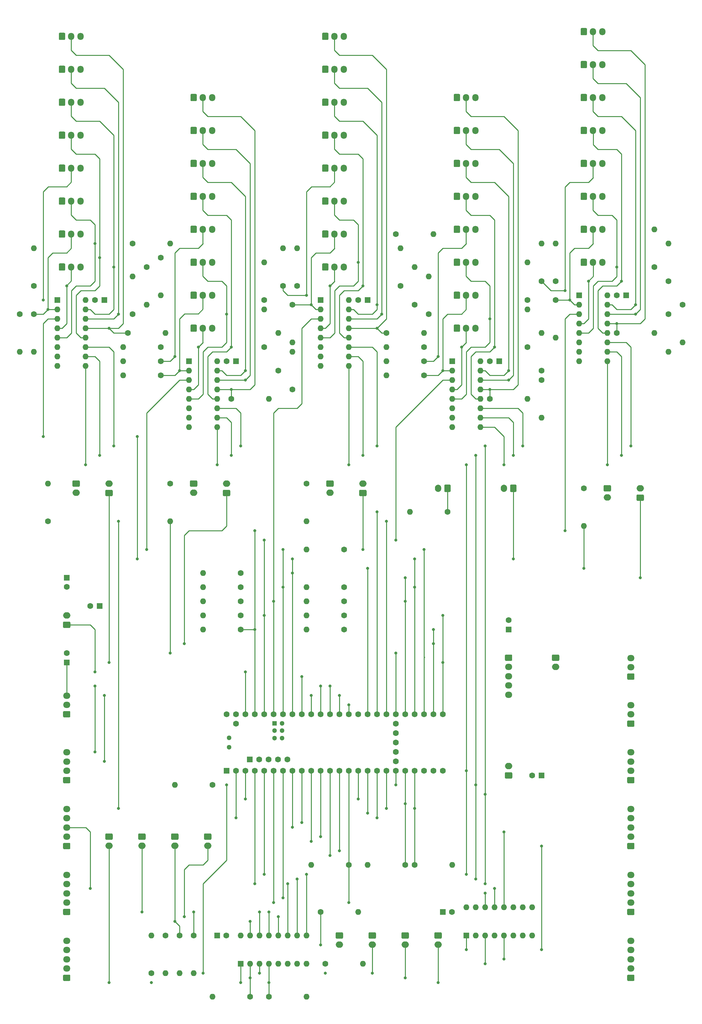
<source format=gbr>
%TF.GenerationSoftware,KiCad,Pcbnew,5.1.9*%
%TF.CreationDate,2021-03-03T15:04:46+01:00*%
%TF.ProjectId,mixer.pcb,6d697865-722e-4706-9362-2e6b69636164,0.2*%
%TF.SameCoordinates,Original*%
%TF.FileFunction,Copper,L4,Bot*%
%TF.FilePolarity,Positive*%
%FSLAX46Y46*%
G04 Gerber Fmt 4.6, Leading zero omitted, Abs format (unit mm)*
G04 Created by KiCad (PCBNEW 5.1.9) date 2021-03-03 15:04:46*
%MOMM*%
%LPD*%
G01*
G04 APERTURE LIST*
%TA.AperFunction,ComponentPad*%
%ADD10C,1.600000*%
%TD*%
%TA.AperFunction,ComponentPad*%
%ADD11O,1.600000X1.600000*%
%TD*%
%TA.AperFunction,ComponentPad*%
%ADD12R,1.600000X1.600000*%
%TD*%
%TA.AperFunction,ComponentPad*%
%ADD13O,1.950000X1.700000*%
%TD*%
%TA.AperFunction,ComponentPad*%
%ADD14O,1.700000X1.950000*%
%TD*%
%TA.AperFunction,ComponentPad*%
%ADD15O,2.000000X1.700000*%
%TD*%
%TA.AperFunction,ComponentPad*%
%ADD16O,1.700000X2.000000*%
%TD*%
%TA.AperFunction,ComponentPad*%
%ADD17R,1.300000X1.300000*%
%TD*%
%TA.AperFunction,ComponentPad*%
%ADD18C,1.300000*%
%TD*%
%TA.AperFunction,ViaPad*%
%ADD19C,0.800000*%
%TD*%
%TA.AperFunction,Conductor*%
%ADD20C,0.250000*%
%TD*%
G04 APERTURE END LIST*
D10*
%TO.P,R2,1*%
%TO.N,Net-(FX-BTNs1-Pad14)*%
X62230000Y-262890000D03*
D11*
%TO.P,R2,2*%
%TO.N,GND*%
X62230000Y-273050000D03*
%TD*%
D10*
%TO.P,R13,1*%
%TO.N,Net-(MuxCh1-Pad1)*%
X15240000Y-95250000D03*
D11*
%TO.P,R13,2*%
%TO.N,GND*%
X15240000Y-105410000D03*
%TD*%
%TO.P,FX-BTNs1,16*%
%TO.N,+3V3*%
X74930000Y-262890000D03*
%TO.P,FX-BTNs1,8*%
%TO.N,GND*%
X92710000Y-270510000D03*
%TO.P,FX-BTNs1,15*%
%TO.N,Net-(FX-BTNs1-Pad15)*%
X77470000Y-262890000D03*
%TO.P,FX-BTNs1,7*%
%TO.N,GND*%
X90170000Y-270510000D03*
%TO.P,FX-BTNs1,14*%
%TO.N,Net-(FX-BTNs1-Pad14)*%
X80010000Y-262890000D03*
%TO.P,FX-BTNs1,6*%
%TO.N,GND*%
X87630000Y-270510000D03*
%TO.P,FX-BTNs1,13*%
%TO.N,Net-(FX-BTNs1-Pad13)*%
X82550000Y-262890000D03*
%TO.P,FX-BTNs1,5*%
%TO.N,Net-(FX-BTNs1-Pad5)*%
X85090000Y-270510000D03*
%TO.P,FX-BTNs1,12*%
%TO.N,Net-(FX-BTNs1-Pad12)*%
X85090000Y-262890000D03*
%TO.P,FX-BTNs1,4*%
%TO.N,Net-(FX-BTNs1-Pad4)*%
X82550000Y-270510000D03*
%TO.P,FX-BTNs1,11*%
%TO.N,s0*%
X87630000Y-262890000D03*
%TO.P,FX-BTNs1,3*%
%TO.N,mux_selBtn_fx*%
X80010000Y-270510000D03*
%TO.P,FX-BTNs1,10*%
%TO.N,s1*%
X90170000Y-262890000D03*
%TO.P,FX-BTNs1,2*%
%TO.N,Net-(FX-BTNs1-Pad2)*%
X77470000Y-270510000D03*
%TO.P,FX-BTNs1,9*%
%TO.N,s2*%
X92710000Y-262890000D03*
D12*
%TO.P,FX-BTNs1,1*%
%TO.N,Net-(FX-BTNs1-Pad1)*%
X74930000Y-270510000D03*
%TD*%
D13*
%TO.P,fx1_enc2,5*%
%TO.N,rEnc1_clk*%
X27940000Y-246540000D03*
%TO.P,fx1_enc2,4*%
%TO.N,rEnc1_DT*%
X27940000Y-249040000D03*
%TO.P,fx1_enc2,3*%
%TO.N,Net-(fx1_enc2-Pad3)*%
X27940000Y-251540000D03*
%TO.P,fx1_enc2,2*%
%TO.N,+3V3*%
X27940000Y-254040000D03*
%TO.P,fx1_enc2,1*%
%TO.N,GND*%
%TA.AperFunction,ComponentPad*%
G36*
G01*
X28665000Y-257390000D02*
X27215000Y-257390000D01*
G75*
G02*
X26965000Y-257140000I0J250000D01*
G01*
X26965000Y-255940000D01*
G75*
G02*
X27215000Y-255690000I250000J0D01*
G01*
X28665000Y-255690000D01*
G75*
G02*
X28915000Y-255940000I0J-250000D01*
G01*
X28915000Y-257140000D01*
G75*
G02*
X28665000Y-257390000I-250000J0D01*
G01*
G37*
%TD.AperFunction*%
%TD*%
D14*
%TO.P,MuxCh1_4,3*%
%TO.N,GND*%
X31670000Y-46990000D03*
%TO.P,MuxCh1_4,2*%
%TO.N,Net-(MuxCh1-Pad12)*%
X29170000Y-46990000D03*
%TO.P,MuxCh1_4,1*%
%TO.N,+3V3*%
%TA.AperFunction,ComponentPad*%
G36*
G01*
X25820000Y-47715000D02*
X25820000Y-46265000D01*
G75*
G02*
X26070000Y-46015000I250000J0D01*
G01*
X27270000Y-46015000D01*
G75*
G02*
X27520000Y-46265000I0J-250000D01*
G01*
X27520000Y-47715000D01*
G75*
G02*
X27270000Y-47965000I-250000J0D01*
G01*
X26070000Y-47965000D01*
G75*
G02*
X25820000Y-47715000I0J250000D01*
G01*
G37*
%TD.AperFunction*%
%TD*%
%TO.P,MuxCh1_5,3*%
%TO.N,GND*%
X31670000Y-55880000D03*
%TO.P,MuxCh1_5,2*%
%TO.N,Net-(MuxCh1-Pad1)*%
X29170000Y-55880000D03*
%TO.P,MuxCh1_5,1*%
%TO.N,+3V3*%
%TA.AperFunction,ComponentPad*%
G36*
G01*
X25820000Y-56605000D02*
X25820000Y-55155000D01*
G75*
G02*
X26070000Y-54905000I250000J0D01*
G01*
X27270000Y-54905000D01*
G75*
G02*
X27520000Y-55155000I0J-250000D01*
G01*
X27520000Y-56605000D01*
G75*
G02*
X27270000Y-56855000I-250000J0D01*
G01*
X26070000Y-56855000D01*
G75*
G02*
X25820000Y-56605000I0J250000D01*
G01*
G37*
%TD.AperFunction*%
%TD*%
%TO.P,MuxCh1_2,1*%
%TO.N,+3V3*%
%TA.AperFunction,ComponentPad*%
G36*
G01*
X25820000Y-29935000D02*
X25820000Y-28485000D01*
G75*
G02*
X26070000Y-28235000I250000J0D01*
G01*
X27270000Y-28235000D01*
G75*
G02*
X27520000Y-28485000I0J-250000D01*
G01*
X27520000Y-29935000D01*
G75*
G02*
X27270000Y-30185000I-250000J0D01*
G01*
X26070000Y-30185000D01*
G75*
G02*
X25820000Y-29935000I0J250000D01*
G01*
G37*
%TD.AperFunction*%
%TO.P,MuxCh1_2,2*%
%TO.N,Net-(MuxCh1-Pad14)*%
X29170000Y-29210000D03*
%TO.P,MuxCh1_2,3*%
%TO.N,GND*%
X31670000Y-29210000D03*
%TD*%
D12*
%TO.P,MuxCh1,1*%
%TO.N,Net-(MuxCh1-Pad1)*%
X25400000Y-91440000D03*
D11*
%TO.P,MuxCh1,9*%
%TO.N,s2*%
X33020000Y-109220000D03*
%TO.P,MuxCh1,2*%
%TO.N,Net-(MuxCh1-Pad2)*%
X25400000Y-93980000D03*
%TO.P,MuxCh1,10*%
%TO.N,s1*%
X33020000Y-106680000D03*
%TO.P,MuxCh1,3*%
%TO.N,mux_ch1*%
X25400000Y-96520000D03*
%TO.P,MuxCh1,11*%
%TO.N,s0*%
X33020000Y-104140000D03*
%TO.P,MuxCh1,4*%
%TO.N,Net-(MuxCh1-Pad4)*%
X25400000Y-99060000D03*
%TO.P,MuxCh1,12*%
%TO.N,Net-(MuxCh1-Pad12)*%
X33020000Y-101600000D03*
%TO.P,MuxCh1,5*%
%TO.N,Net-(MuxCh1-Pad5)*%
X25400000Y-101600000D03*
%TO.P,MuxCh1,13*%
%TO.N,Net-(MuxCh1-Pad13)*%
X33020000Y-99060000D03*
%TO.P,MuxCh1,6*%
%TO.N,GND*%
X25400000Y-104140000D03*
%TO.P,MuxCh1,14*%
%TO.N,Net-(MuxCh1-Pad14)*%
X33020000Y-96520000D03*
%TO.P,MuxCh1,7*%
%TO.N,GND*%
X25400000Y-106680000D03*
%TO.P,MuxCh1,15*%
%TO.N,Net-(MuxCh1-Pad15)*%
X33020000Y-93980000D03*
%TO.P,MuxCh1,8*%
%TO.N,GND*%
X25400000Y-109220000D03*
%TO.P,MuxCh1,16*%
%TO.N,+3V3*%
X33020000Y-91440000D03*
%TD*%
D14*
%TO.P,MuxCh1_3,3*%
%TO.N,GND*%
X31670000Y-38100000D03*
%TO.P,MuxCh1_3,2*%
%TO.N,Net-(MuxCh1-Pad15)*%
X29170000Y-38100000D03*
%TO.P,MuxCh1_3,1*%
%TO.N,+3V3*%
%TA.AperFunction,ComponentPad*%
G36*
G01*
X25820000Y-38825000D02*
X25820000Y-37375000D01*
G75*
G02*
X26070000Y-37125000I250000J0D01*
G01*
X27270000Y-37125000D01*
G75*
G02*
X27520000Y-37375000I0J-250000D01*
G01*
X27520000Y-38825000D01*
G75*
G02*
X27270000Y-39075000I-250000J0D01*
G01*
X26070000Y-39075000D01*
G75*
G02*
X25820000Y-38825000I0J250000D01*
G01*
G37*
%TD.AperFunction*%
%TD*%
%TO.P,MuxCh1_6,1*%
%TO.N,+3V3*%
%TA.AperFunction,ComponentPad*%
G36*
G01*
X25820000Y-65495000D02*
X25820000Y-64045000D01*
G75*
G02*
X26070000Y-63795000I250000J0D01*
G01*
X27270000Y-63795000D01*
G75*
G02*
X27520000Y-64045000I0J-250000D01*
G01*
X27520000Y-65495000D01*
G75*
G02*
X27270000Y-65745000I-250000J0D01*
G01*
X26070000Y-65745000D01*
G75*
G02*
X25820000Y-65495000I0J250000D01*
G01*
G37*
%TD.AperFunction*%
%TO.P,MuxCh1_6,2*%
%TO.N,Net-(MuxCh1-Pad5)*%
X29170000Y-64770000D03*
%TO.P,MuxCh1_6,3*%
%TO.N,GND*%
X31670000Y-64770000D03*
%TD*%
%TO.P,MuxCh1_7,1*%
%TO.N,+3V3*%
%TA.AperFunction,ComponentPad*%
G36*
G01*
X25820000Y-74385000D02*
X25820000Y-72935000D01*
G75*
G02*
X26070000Y-72685000I250000J0D01*
G01*
X27270000Y-72685000D01*
G75*
G02*
X27520000Y-72935000I0J-250000D01*
G01*
X27520000Y-74385000D01*
G75*
G02*
X27270000Y-74635000I-250000J0D01*
G01*
X26070000Y-74635000D01*
G75*
G02*
X25820000Y-74385000I0J250000D01*
G01*
G37*
%TD.AperFunction*%
%TO.P,MuxCh1_7,2*%
%TO.N,Net-(MuxCh1-Pad2)*%
X29170000Y-73660000D03*
%TO.P,MuxCh1_7,3*%
%TO.N,GND*%
X31670000Y-73660000D03*
%TD*%
%TO.P,MuxCh1_8,3*%
%TO.N,GND*%
X31670000Y-82550000D03*
%TO.P,MuxCh1_8,2*%
%TO.N,Net-(MuxCh1-Pad4)*%
X29170000Y-82550000D03*
%TO.P,MuxCh1_8,1*%
%TO.N,+3V3*%
%TA.AperFunction,ComponentPad*%
G36*
G01*
X25820000Y-83275000D02*
X25820000Y-81825000D01*
G75*
G02*
X26070000Y-81575000I250000J0D01*
G01*
X27270000Y-81575000D01*
G75*
G02*
X27520000Y-81825000I0J-250000D01*
G01*
X27520000Y-83275000D01*
G75*
G02*
X27270000Y-83525000I-250000J0D01*
G01*
X26070000Y-83525000D01*
G75*
G02*
X25820000Y-83275000I0J250000D01*
G01*
G37*
%TD.AperFunction*%
%TD*%
%TO.P,MuxCh1_1,3*%
%TO.N,GND*%
X31670000Y-20320000D03*
%TO.P,MuxCh1_1,2*%
%TO.N,Net-(MuxCh1-Pad13)*%
X29170000Y-20320000D03*
%TO.P,MuxCh1_1,1*%
%TO.N,+3V3*%
%TA.AperFunction,ComponentPad*%
G36*
G01*
X25820000Y-21045000D02*
X25820000Y-19595000D01*
G75*
G02*
X26070000Y-19345000I250000J0D01*
G01*
X27270000Y-19345000D01*
G75*
G02*
X27520000Y-19595000I0J-250000D01*
G01*
X27520000Y-21045000D01*
G75*
G02*
X27270000Y-21295000I-250000J0D01*
G01*
X26070000Y-21295000D01*
G75*
G02*
X25820000Y-21045000I0J250000D01*
G01*
G37*
%TD.AperFunction*%
%TD*%
%TO.P,NeoPixel1,1*%
%TO.N,GND*%
%TA.AperFunction,ComponentPad*%
G36*
G01*
X28665000Y-204050000D02*
X27215000Y-204050000D01*
G75*
G02*
X26965000Y-203800000I0J250000D01*
G01*
X26965000Y-202600000D01*
G75*
G02*
X27215000Y-202350000I250000J0D01*
G01*
X28665000Y-202350000D01*
G75*
G02*
X28915000Y-202600000I0J-250000D01*
G01*
X28915000Y-203800000D01*
G75*
G02*
X28665000Y-204050000I-250000J0D01*
G01*
G37*
%TD.AperFunction*%
D13*
%TO.P,NeoPixel1,2*%
%TO.N,neopixel*%
X27940000Y-200700000D03*
%TO.P,NeoPixel1,3*%
%TO.N,+3V3*%
X27940000Y-198200000D03*
%TD*%
%TO.P,VU_Matrix1,5*%
%TO.N,vu_clk*%
X147320000Y-197960000D03*
%TO.P,VU_Matrix1,4*%
%TO.N,vu_cs*%
X147320000Y-195460000D03*
%TO.P,VU_Matrix1,3*%
%TO.N,vu_din*%
X147320000Y-192960000D03*
%TO.P,VU_Matrix1,2*%
%TO.N,GND*%
X147320000Y-190460000D03*
%TO.P,VU_Matrix1,1*%
%TO.N,+3V3*%
%TA.AperFunction,ComponentPad*%
G36*
G01*
X146595000Y-187110000D02*
X148045000Y-187110000D01*
G75*
G02*
X148295000Y-187360000I0J-250000D01*
G01*
X148295000Y-188560000D01*
G75*
G02*
X148045000Y-188810000I-250000J0D01*
G01*
X146595000Y-188810000D01*
G75*
G02*
X146345000Y-188560000I0J250000D01*
G01*
X146345000Y-187360000D01*
G75*
G02*
X146595000Y-187110000I250000J0D01*
G01*
G37*
%TD.AperFunction*%
%TD*%
%TO.P,display_1,1*%
%TO.N,+3V3*%
%TA.AperFunction,ComponentPad*%
G36*
G01*
X28665000Y-221830000D02*
X27215000Y-221830000D01*
G75*
G02*
X26965000Y-221580000I0J250000D01*
G01*
X26965000Y-220380000D01*
G75*
G02*
X27215000Y-220130000I250000J0D01*
G01*
X28665000Y-220130000D01*
G75*
G02*
X28915000Y-220380000I0J-250000D01*
G01*
X28915000Y-221580000D01*
G75*
G02*
X28665000Y-221830000I-250000J0D01*
G01*
G37*
%TD.AperFunction*%
%TO.P,display_1,2*%
%TO.N,GND*%
X27940000Y-218480000D03*
%TO.P,display_1,3*%
%TO.N,display_sda1*%
X27940000Y-215980000D03*
%TO.P,display_1,4*%
%TO.N,display_scl1*%
X27940000Y-213480000D03*
%TD*%
%TO.P,display_2,4*%
%TO.N,display_scl2*%
X180340000Y-213480000D03*
%TO.P,display_2,3*%
%TO.N,display_sda2*%
X180340000Y-215980000D03*
%TO.P,display_2,2*%
%TO.N,GND*%
X180340000Y-218480000D03*
%TO.P,display_2,1*%
%TO.N,+3V3*%
%TA.AperFunction,ComponentPad*%
G36*
G01*
X181065000Y-221830000D02*
X179615000Y-221830000D01*
G75*
G02*
X179365000Y-221580000I0J250000D01*
G01*
X179365000Y-220380000D01*
G75*
G02*
X179615000Y-220130000I250000J0D01*
G01*
X181065000Y-220130000D01*
G75*
G02*
X181315000Y-220380000I0J-250000D01*
G01*
X181315000Y-221580000D01*
G75*
G02*
X181065000Y-221830000I-250000J0D01*
G01*
G37*
%TD.AperFunction*%
%TD*%
%TO.P,fx1_btn1,1*%
%TO.N,+3V3*%
%TA.AperFunction,ComponentPad*%
G36*
G01*
X100850000Y-262040000D02*
X102350000Y-262040000D01*
G75*
G02*
X102600000Y-262290000I0J-250000D01*
G01*
X102600000Y-263490000D01*
G75*
G02*
X102350000Y-263740000I-250000J0D01*
G01*
X100850000Y-263740000D01*
G75*
G02*
X100600000Y-263490000I0J250000D01*
G01*
X100600000Y-262290000D01*
G75*
G02*
X100850000Y-262040000I250000J0D01*
G01*
G37*
%TD.AperFunction*%
D15*
%TO.P,fx1_btn1,2*%
%TO.N,Net-(FX-BTNs1-Pad13)*%
X101600000Y-265390000D03*
%TD*%
%TO.P,fx1_btn2,2*%
%TO.N,Net-(FX-BTNs1-Pad14)*%
X48260000Y-238720000D03*
%TO.P,fx1_btn2,1*%
%TO.N,+3V3*%
%TA.AperFunction,ComponentPad*%
G36*
G01*
X47510000Y-235370000D02*
X49010000Y-235370000D01*
G75*
G02*
X49260000Y-235620000I0J-250000D01*
G01*
X49260000Y-236820000D01*
G75*
G02*
X49010000Y-237070000I-250000J0D01*
G01*
X47510000Y-237070000D01*
G75*
G02*
X47260000Y-236820000I0J250000D01*
G01*
X47260000Y-235620000D01*
G75*
G02*
X47510000Y-235370000I250000J0D01*
G01*
G37*
%TD.AperFunction*%
%TD*%
%TO.P,fx1_btn3,2*%
%TO.N,Net-(FX-BTNs1-Pad15)*%
X57150000Y-238720000D03*
%TO.P,fx1_btn3,1*%
%TO.N,+3V3*%
%TA.AperFunction,ComponentPad*%
G36*
G01*
X56400000Y-235370000D02*
X57900000Y-235370000D01*
G75*
G02*
X58150000Y-235620000I0J-250000D01*
G01*
X58150000Y-236820000D01*
G75*
G02*
X57900000Y-237070000I-250000J0D01*
G01*
X56400000Y-237070000D01*
G75*
G02*
X56150000Y-236820000I0J250000D01*
G01*
X56150000Y-235620000D01*
G75*
G02*
X56400000Y-235370000I250000J0D01*
G01*
G37*
%TD.AperFunction*%
%TD*%
%TO.P,fx1_btn4,1*%
%TO.N,+3V3*%
%TA.AperFunction,ComponentPad*%
G36*
G01*
X65290000Y-235370000D02*
X66790000Y-235370000D01*
G75*
G02*
X67040000Y-235620000I0J-250000D01*
G01*
X67040000Y-236820000D01*
G75*
G02*
X66790000Y-237070000I-250000J0D01*
G01*
X65290000Y-237070000D01*
G75*
G02*
X65040000Y-236820000I0J250000D01*
G01*
X65040000Y-235620000D01*
G75*
G02*
X65290000Y-235370000I250000J0D01*
G01*
G37*
%TD.AperFunction*%
%TO.P,fx1_btn4,2*%
%TO.N,Net-(FX-BTNs1-Pad12)*%
X66040000Y-238720000D03*
%TD*%
D13*
%TO.P,fx1_enc1,5*%
%TO.N,rEnc0_clk*%
X27940000Y-228760000D03*
%TO.P,fx1_enc1,4*%
%TO.N,rEnc0_DT*%
X27940000Y-231260000D03*
%TO.P,fx1_enc1,3*%
%TO.N,Net-(fx1_enc1-Pad3)*%
X27940000Y-233760000D03*
%TO.P,fx1_enc1,2*%
%TO.N,+3V3*%
X27940000Y-236260000D03*
%TO.P,fx1_enc1,1*%
%TO.N,GND*%
%TA.AperFunction,ComponentPad*%
G36*
G01*
X28665000Y-239610000D02*
X27215000Y-239610000D01*
G75*
G02*
X26965000Y-239360000I0J250000D01*
G01*
X26965000Y-238160000D01*
G75*
G02*
X27215000Y-237910000I250000J0D01*
G01*
X28665000Y-237910000D01*
G75*
G02*
X28915000Y-238160000I0J-250000D01*
G01*
X28915000Y-239360000D01*
G75*
G02*
X28665000Y-239610000I-250000J0D01*
G01*
G37*
%TD.AperFunction*%
%TD*%
%TO.P,fx1_enc3,5*%
%TO.N,rEnc2_clk*%
X27940000Y-264320000D03*
%TO.P,fx1_enc3,4*%
%TO.N,rEnc2_DT*%
X27940000Y-266820000D03*
%TO.P,fx1_enc3,3*%
%TO.N,Net-(fx1_enc3-Pad3)*%
X27940000Y-269320000D03*
%TO.P,fx1_enc3,2*%
%TO.N,+3V3*%
X27940000Y-271820000D03*
%TO.P,fx1_enc3,1*%
%TO.N,GND*%
%TA.AperFunction,ComponentPad*%
G36*
G01*
X28665000Y-275170000D02*
X27215000Y-275170000D01*
G75*
G02*
X26965000Y-274920000I0J250000D01*
G01*
X26965000Y-273720000D01*
G75*
G02*
X27215000Y-273470000I250000J0D01*
G01*
X28665000Y-273470000D01*
G75*
G02*
X28915000Y-273720000I0J-250000D01*
G01*
X28915000Y-274920000D01*
G75*
G02*
X28665000Y-275170000I-250000J0D01*
G01*
G37*
%TD.AperFunction*%
%TD*%
D15*
%TO.P,fx2_btn1,2*%
%TO.N,Net-(FX-BTNs1-Pad1)*%
X39370000Y-238720000D03*
%TO.P,fx2_btn1,1*%
%TO.N,+3V3*%
%TA.AperFunction,ComponentPad*%
G36*
G01*
X38620000Y-235370000D02*
X40120000Y-235370000D01*
G75*
G02*
X40370000Y-235620000I0J-250000D01*
G01*
X40370000Y-236820000D01*
G75*
G02*
X40120000Y-237070000I-250000J0D01*
G01*
X38620000Y-237070000D01*
G75*
G02*
X38370000Y-236820000I0J250000D01*
G01*
X38370000Y-235620000D01*
G75*
G02*
X38620000Y-235370000I250000J0D01*
G01*
G37*
%TD.AperFunction*%
%TD*%
%TO.P,fx2_btn2,1*%
%TO.N,+3V3*%
%TA.AperFunction,ComponentPad*%
G36*
G01*
X109740000Y-262040000D02*
X111240000Y-262040000D01*
G75*
G02*
X111490000Y-262290000I0J-250000D01*
G01*
X111490000Y-263490000D01*
G75*
G02*
X111240000Y-263740000I-250000J0D01*
G01*
X109740000Y-263740000D01*
G75*
G02*
X109490000Y-263490000I0J250000D01*
G01*
X109490000Y-262290000D01*
G75*
G02*
X109740000Y-262040000I250000J0D01*
G01*
G37*
%TD.AperFunction*%
%TO.P,fx2_btn2,2*%
%TO.N,Net-(FX-BTNs1-Pad5)*%
X110490000Y-265390000D03*
%TD*%
%TO.P,fx2_btn3,2*%
%TO.N,Net-(FX-BTNs1-Pad2)*%
X119380000Y-265390000D03*
%TO.P,fx2_btn3,1*%
%TO.N,+3V3*%
%TA.AperFunction,ComponentPad*%
G36*
G01*
X118630000Y-262040000D02*
X120130000Y-262040000D01*
G75*
G02*
X120380000Y-262290000I0J-250000D01*
G01*
X120380000Y-263490000D01*
G75*
G02*
X120130000Y-263740000I-250000J0D01*
G01*
X118630000Y-263740000D01*
G75*
G02*
X118380000Y-263490000I0J250000D01*
G01*
X118380000Y-262290000D01*
G75*
G02*
X118630000Y-262040000I250000J0D01*
G01*
G37*
%TD.AperFunction*%
%TD*%
%TO.P,fx2_btn4,1*%
%TO.N,+3V3*%
%TA.AperFunction,ComponentPad*%
G36*
G01*
X127520000Y-262040000D02*
X129020000Y-262040000D01*
G75*
G02*
X129270000Y-262290000I0J-250000D01*
G01*
X129270000Y-263490000D01*
G75*
G02*
X129020000Y-263740000I-250000J0D01*
G01*
X127520000Y-263740000D01*
G75*
G02*
X127270000Y-263490000I0J250000D01*
G01*
X127270000Y-262290000D01*
G75*
G02*
X127520000Y-262040000I250000J0D01*
G01*
G37*
%TD.AperFunction*%
%TO.P,fx2_btn4,2*%
%TO.N,Net-(FX-BTNs1-Pad4)*%
X128270000Y-265390000D03*
%TD*%
%TO.P,fx2_enc1,1*%
%TO.N,GND*%
%TA.AperFunction,ComponentPad*%
G36*
G01*
X181065000Y-239610000D02*
X179615000Y-239610000D01*
G75*
G02*
X179365000Y-239360000I0J250000D01*
G01*
X179365000Y-238160000D01*
G75*
G02*
X179615000Y-237910000I250000J0D01*
G01*
X181065000Y-237910000D01*
G75*
G02*
X181315000Y-238160000I0J-250000D01*
G01*
X181315000Y-239360000D01*
G75*
G02*
X181065000Y-239610000I-250000J0D01*
G01*
G37*
%TD.AperFunction*%
D13*
%TO.P,fx2_enc1,2*%
%TO.N,+3V3*%
X180340000Y-236260000D03*
%TO.P,fx2_enc1,3*%
%TO.N,Net-(fx2_enc1-Pad3)*%
X180340000Y-233760000D03*
%TO.P,fx2_enc1,4*%
%TO.N,rEnc3_DT*%
X180340000Y-231260000D03*
%TO.P,fx2_enc1,5*%
%TO.N,rEnc3_clk*%
X180340000Y-228760000D03*
%TD*%
%TO.P,fx2_enc2,5*%
%TO.N,rEnc4_clk*%
X180340000Y-246540000D03*
%TO.P,fx2_enc2,4*%
%TO.N,rEnc4_DT*%
X180340000Y-249040000D03*
%TO.P,fx2_enc2,3*%
%TO.N,Net-(fx2_enc2-Pad3)*%
X180340000Y-251540000D03*
%TO.P,fx2_enc2,2*%
%TO.N,+3V3*%
X180340000Y-254040000D03*
%TO.P,fx2_enc2,1*%
%TO.N,GND*%
%TA.AperFunction,ComponentPad*%
G36*
G01*
X181065000Y-257390000D02*
X179615000Y-257390000D01*
G75*
G02*
X179365000Y-257140000I0J250000D01*
G01*
X179365000Y-255940000D01*
G75*
G02*
X179615000Y-255690000I250000J0D01*
G01*
X181065000Y-255690000D01*
G75*
G02*
X181315000Y-255940000I0J-250000D01*
G01*
X181315000Y-257140000D01*
G75*
G02*
X181065000Y-257390000I-250000J0D01*
G01*
G37*
%TD.AperFunction*%
%TD*%
%TO.P,fx2_enc3,1*%
%TO.N,GND*%
%TA.AperFunction,ComponentPad*%
G36*
G01*
X181065000Y-275170000D02*
X179615000Y-275170000D01*
G75*
G02*
X179365000Y-274920000I0J250000D01*
G01*
X179365000Y-273720000D01*
G75*
G02*
X179615000Y-273470000I250000J0D01*
G01*
X181065000Y-273470000D01*
G75*
G02*
X181315000Y-273720000I0J-250000D01*
G01*
X181315000Y-274920000D01*
G75*
G02*
X181065000Y-275170000I-250000J0D01*
G01*
G37*
%TD.AperFunction*%
%TO.P,fx2_enc3,2*%
%TO.N,+3V3*%
X180340000Y-271820000D03*
%TO.P,fx2_enc3,3*%
%TO.N,Net-(fx2_enc3-Pad3)*%
X180340000Y-269320000D03*
%TO.P,fx2_enc3,4*%
%TO.N,rEnc5_DT*%
X180340000Y-266820000D03*
%TO.P,fx2_enc3,5*%
%TO.N,rEnc5_clk*%
X180340000Y-264320000D03*
%TD*%
D12*
%TO.P,fxEncBtns1,1*%
%TO.N,Net-(fx2_enc2-Pad3)*%
X135890000Y-262890000D03*
D11*
%TO.P,fxEncBtns1,9*%
%TO.N,s2*%
X153670000Y-255270000D03*
%TO.P,fxEncBtns1,2*%
%TO.N,Net-(fxEncBtns1-Pad2)*%
X138430000Y-262890000D03*
%TO.P,fxEncBtns1,10*%
%TO.N,s1*%
X151130000Y-255270000D03*
%TO.P,fxEncBtns1,3*%
%TO.N,mux_encBtn_fx*%
X140970000Y-262890000D03*
%TO.P,fxEncBtns1,11*%
%TO.N,s0*%
X148590000Y-255270000D03*
%TO.P,fxEncBtns1,4*%
%TO.N,Net-(fxEncBtns1-Pad4)*%
X143510000Y-262890000D03*
%TO.P,fxEncBtns1,12*%
%TO.N,Net-(fx2_enc1-Pad3)*%
X146050000Y-255270000D03*
%TO.P,fxEncBtns1,5*%
%TO.N,Net-(fx2_enc3-Pad3)*%
X146050000Y-262890000D03*
%TO.P,fxEncBtns1,13*%
%TO.N,Net-(fx1_enc1-Pad3)*%
X143510000Y-255270000D03*
%TO.P,fxEncBtns1,6*%
%TO.N,GND*%
X148590000Y-262890000D03*
%TO.P,fxEncBtns1,14*%
%TO.N,Net-(fx1_enc2-Pad3)*%
X140970000Y-255270000D03*
%TO.P,fxEncBtns1,7*%
%TO.N,GND*%
X151130000Y-262890000D03*
%TO.P,fxEncBtns1,15*%
%TO.N,Net-(fx1_enc3-Pad3)*%
X138430000Y-255270000D03*
%TO.P,fxEncBtns1,8*%
%TO.N,GND*%
X153670000Y-262890000D03*
%TO.P,fxEncBtns1,16*%
%TO.N,+3V3*%
X135890000Y-255270000D03*
%TD*%
%TO.P,pfl_btn_1,1*%
%TO.N,pfl_btn_ch1*%
%TA.AperFunction,ComponentPad*%
G36*
G01*
X40120000Y-144360000D02*
X38620000Y-144360000D01*
G75*
G02*
X38370000Y-144110000I0J250000D01*
G01*
X38370000Y-142910000D01*
G75*
G02*
X38620000Y-142660000I250000J0D01*
G01*
X40120000Y-142660000D01*
G75*
G02*
X40370000Y-142910000I0J-250000D01*
G01*
X40370000Y-144110000D01*
G75*
G02*
X40120000Y-144360000I-250000J0D01*
G01*
G37*
%TD.AperFunction*%
D15*
%TO.P,pfl_btn_1,2*%
%TO.N,+3V3*%
X39370000Y-141010000D03*
%TD*%
%TO.P,pfl_btn_2,2*%
%TO.N,+3V3*%
X71120000Y-141010000D03*
%TO.P,pfl_btn_2,1*%
%TO.N,pfl_btn_ch2*%
%TA.AperFunction,ComponentPad*%
G36*
G01*
X71870000Y-144360000D02*
X70370000Y-144360000D01*
G75*
G02*
X70120000Y-144110000I0J250000D01*
G01*
X70120000Y-142910000D01*
G75*
G02*
X70370000Y-142660000I250000J0D01*
G01*
X71870000Y-142660000D01*
G75*
G02*
X72120000Y-142910000I0J-250000D01*
G01*
X72120000Y-144110000D01*
G75*
G02*
X71870000Y-144360000I-250000J0D01*
G01*
G37*
%TD.AperFunction*%
%TD*%
%TO.P,pfl_btn_3,1*%
%TO.N,pfl_btn_ch3*%
%TA.AperFunction,ComponentPad*%
G36*
G01*
X108700000Y-144360000D02*
X107200000Y-144360000D01*
G75*
G02*
X106950000Y-144110000I0J250000D01*
G01*
X106950000Y-142910000D01*
G75*
G02*
X107200000Y-142660000I250000J0D01*
G01*
X108700000Y-142660000D01*
G75*
G02*
X108950000Y-142910000I0J-250000D01*
G01*
X108950000Y-144110000D01*
G75*
G02*
X108700000Y-144360000I-250000J0D01*
G01*
G37*
%TD.AperFunction*%
%TO.P,pfl_btn_3,2*%
%TO.N,+3V3*%
X107950000Y-141010000D03*
%TD*%
D16*
%TO.P,pfl_btn_4,2*%
%TO.N,+3V3*%
X146090000Y-142240000D03*
%TO.P,pfl_btn_4,1*%
%TO.N,pfl_btn_ch4*%
%TA.AperFunction,ComponentPad*%
G36*
G01*
X149440000Y-141490000D02*
X149440000Y-142990000D01*
G75*
G02*
X149190000Y-143240000I-250000J0D01*
G01*
X147990000Y-143240000D01*
G75*
G02*
X147740000Y-142990000I0J250000D01*
G01*
X147740000Y-141490000D01*
G75*
G02*
X147990000Y-141240000I250000J0D01*
G01*
X149190000Y-141240000D01*
G75*
G02*
X149440000Y-141490000I0J-250000D01*
G01*
G37*
%TD.AperFunction*%
%TD*%
%TO.P,pfl_btn_master1,1*%
%TO.N,pfl_btn_master*%
%TA.AperFunction,ComponentPad*%
G36*
G01*
X183630000Y-145630000D02*
X182130000Y-145630000D01*
G75*
G02*
X181880000Y-145380000I0J250000D01*
G01*
X181880000Y-144180000D01*
G75*
G02*
X182130000Y-143930000I250000J0D01*
G01*
X183630000Y-143930000D01*
G75*
G02*
X183880000Y-144180000I0J-250000D01*
G01*
X183880000Y-145380000D01*
G75*
G02*
X183630000Y-145630000I-250000J0D01*
G01*
G37*
%TD.AperFunction*%
D15*
%TO.P,pfl_btn_master1,2*%
%TO.N,+3V3*%
X182880000Y-142280000D03*
%TD*%
%TO.P,pfl_led_1,2*%
%TO.N,+3V3*%
X30480000Y-143470000D03*
%TO.P,pfl_led_1,1*%
%TO.N,pfl_led_ch1*%
%TA.AperFunction,ComponentPad*%
G36*
G01*
X29730000Y-140120000D02*
X31230000Y-140120000D01*
G75*
G02*
X31480000Y-140370000I0J-250000D01*
G01*
X31480000Y-141570000D01*
G75*
G02*
X31230000Y-141820000I-250000J0D01*
G01*
X29730000Y-141820000D01*
G75*
G02*
X29480000Y-141570000I0J250000D01*
G01*
X29480000Y-140370000D01*
G75*
G02*
X29730000Y-140120000I250000J0D01*
G01*
G37*
%TD.AperFunction*%
%TD*%
%TO.P,pfl_led_2,1*%
%TO.N,pfl_led_ch2*%
%TA.AperFunction,ComponentPad*%
G36*
G01*
X61480000Y-140120000D02*
X62980000Y-140120000D01*
G75*
G02*
X63230000Y-140370000I0J-250000D01*
G01*
X63230000Y-141570000D01*
G75*
G02*
X62980000Y-141820000I-250000J0D01*
G01*
X61480000Y-141820000D01*
G75*
G02*
X61230000Y-141570000I0J250000D01*
G01*
X61230000Y-140370000D01*
G75*
G02*
X61480000Y-140120000I250000J0D01*
G01*
G37*
%TD.AperFunction*%
%TO.P,pfl_led_2,2*%
%TO.N,+3V3*%
X62230000Y-143470000D03*
%TD*%
%TO.P,pfl_led_3,1*%
%TO.N,pfl_led_ch3*%
%TA.AperFunction,ComponentPad*%
G36*
G01*
X98310000Y-140120000D02*
X99810000Y-140120000D01*
G75*
G02*
X100060000Y-140370000I0J-250000D01*
G01*
X100060000Y-141570000D01*
G75*
G02*
X99810000Y-141820000I-250000J0D01*
G01*
X98310000Y-141820000D01*
G75*
G02*
X98060000Y-141570000I0J250000D01*
G01*
X98060000Y-140370000D01*
G75*
G02*
X98310000Y-140120000I250000J0D01*
G01*
G37*
%TD.AperFunction*%
%TO.P,pfl_led_3,2*%
%TO.N,+3V3*%
X99060000Y-143470000D03*
%TD*%
D16*
%TO.P,pfl_led_4,2*%
%TO.N,+3V3*%
X128310000Y-142240000D03*
%TO.P,pfl_led_4,1*%
%TO.N,pfl_led_ch4*%
%TA.AperFunction,ComponentPad*%
G36*
G01*
X131660000Y-141490000D02*
X131660000Y-142990000D01*
G75*
G02*
X131410000Y-143240000I-250000J0D01*
G01*
X130210000Y-143240000D01*
G75*
G02*
X129960000Y-142990000I0J250000D01*
G01*
X129960000Y-141490000D01*
G75*
G02*
X130210000Y-141240000I250000J0D01*
G01*
X131410000Y-141240000D01*
G75*
G02*
X131660000Y-141490000I0J-250000D01*
G01*
G37*
%TD.AperFunction*%
%TD*%
D15*
%TO.P,pfl_led_master1,2*%
%TO.N,+3V3*%
X173990000Y-144740000D03*
%TO.P,pfl_led_master1,1*%
%TO.N,pfl_led_master*%
%TA.AperFunction,ComponentPad*%
G36*
G01*
X173240000Y-141390000D02*
X174740000Y-141390000D01*
G75*
G02*
X174990000Y-141640000I0J-250000D01*
G01*
X174990000Y-142840000D01*
G75*
G02*
X174740000Y-143090000I-250000J0D01*
G01*
X173240000Y-143090000D01*
G75*
G02*
X172990000Y-142840000I0J250000D01*
G01*
X172990000Y-141640000D01*
G75*
G02*
X173240000Y-141390000I250000J0D01*
G01*
G37*
%TD.AperFunction*%
%TD*%
D13*
%TO.P,spare(28)1,3*%
%TO.N,+3V3*%
X180340000Y-188040000D03*
%TO.P,spare(28)1,2*%
%TO.N,GND*%
X180340000Y-190540000D03*
%TO.P,spare(28)1,1*%
%TO.N,pin28*%
%TA.AperFunction,ComponentPad*%
G36*
G01*
X181065000Y-193890000D02*
X179615000Y-193890000D01*
G75*
G02*
X179365000Y-193640000I0J250000D01*
G01*
X179365000Y-192440000D01*
G75*
G02*
X179615000Y-192190000I250000J0D01*
G01*
X181065000Y-192190000D01*
G75*
G02*
X181315000Y-192440000I0J-250000D01*
G01*
X181315000Y-193640000D01*
G75*
G02*
X181065000Y-193890000I-250000J0D01*
G01*
G37*
%TD.AperFunction*%
%TD*%
%TO.P,spare(29)1,3*%
%TO.N,+3V3*%
X180340000Y-200740000D03*
%TO.P,spare(29)1,2*%
%TO.N,GND*%
X180340000Y-203240000D03*
%TO.P,spare(29)1,1*%
%TO.N,pin29*%
%TA.AperFunction,ComponentPad*%
G36*
G01*
X181065000Y-206590000D02*
X179615000Y-206590000D01*
G75*
G02*
X179365000Y-206340000I0J250000D01*
G01*
X179365000Y-205140000D01*
G75*
G02*
X179615000Y-204890000I250000J0D01*
G01*
X181065000Y-204890000D01*
G75*
G02*
X181315000Y-205140000I0J-250000D01*
G01*
X181315000Y-206340000D01*
G75*
G02*
X181065000Y-206590000I-250000J0D01*
G01*
G37*
%TD.AperFunction*%
%TD*%
D10*
%TO.P,U5,49*%
%TO.N,Net-(U5-Pad49)*%
X73660000Y-205740000D03*
%TO.P,U5,59*%
%TO.N,Net-(U5-Pad59)*%
X87579200Y-215389200D03*
%TO.P,U5,58*%
%TO.N,Net-(U5-Pad58)*%
X85039200Y-215389200D03*
%TO.P,U5,57*%
%TO.N,Net-(U5-Pad57)*%
X82499200Y-215389200D03*
%TO.P,U5,56*%
%TO.N,Net-(U5-Pad56)*%
X79959200Y-215389200D03*
D12*
%TO.P,U5,55*%
%TO.N,Net-(U5-Pad55)*%
X77419200Y-215389200D03*
D10*
%TO.P,U5,48*%
%TO.N,Net-(U5-Pad48)*%
X71120000Y-203200000D03*
%TO.P,U5,47*%
%TO.N,GND*%
X73660000Y-203200000D03*
%TO.P,U5,46*%
%TO.N,Net-(3.3V_Test2-Pad1)*%
X76200000Y-203200000D03*
%TO.P,U5,45*%
%TO.N,mux_master*%
X78740000Y-203200000D03*
%TO.P,U5,44*%
%TO.N,mux_ch4*%
X81280000Y-203200000D03*
%TO.P,U5,43*%
%TO.N,mux_ch3*%
X83820000Y-203200000D03*
%TO.P,U5,42*%
%TO.N,mux_ch2*%
X86360000Y-203200000D03*
%TO.P,U5,41*%
%TO.N,mux_ch1*%
X88900000Y-203200000D03*
%TO.P,U5,40*%
%TO.N,vu_din*%
X91440000Y-203200000D03*
%TO.P,U5,39*%
%TO.N,display_sda1*%
X93980000Y-203200000D03*
%TO.P,U5,38*%
%TO.N,display_scl1*%
X96520000Y-203200000D03*
%TO.P,U5,37*%
%TO.N,vu_cs*%
X99060000Y-203200000D03*
%TO.P,U5,36*%
%TO.N,vu_clk*%
X101600000Y-203200000D03*
%TO.P,U5,35*%
%TO.N,neopixel*%
X104140000Y-203200000D03*
D12*
%TO.P,U5,1*%
%TO.N,GND*%
X71120000Y-218440000D03*
D10*
%TO.P,U5,2*%
%TO.N,rEnc0_DT*%
X73660000Y-218440000D03*
%TO.P,U5,3*%
%TO.N,rEnc0_clk*%
X76200000Y-218440000D03*
%TO.P,U5,4*%
%TO.N,rEnc1_DT*%
X78740000Y-218440000D03*
%TO.P,U5,5*%
%TO.N,rEnc1_clk*%
X81280000Y-218440000D03*
%TO.P,U5,6*%
%TO.N,rEnc2_DT*%
X83820000Y-218440000D03*
%TO.P,U5,7*%
%TO.N,rEnc2_clk*%
X86360000Y-218440000D03*
%TO.P,U5,8*%
%TO.N,rEnc3_DT*%
X88900000Y-218440000D03*
%TO.P,U5,9*%
%TO.N,rEnc3_clk*%
X91440000Y-218440000D03*
%TO.P,U5,10*%
%TO.N,rEnc4_DT*%
X93980000Y-218440000D03*
%TO.P,U5,11*%
%TO.N,rEnc4_clk*%
X96520000Y-218440000D03*
%TO.P,U5,12*%
%TO.N,rEnc5_DT*%
X99060000Y-218440000D03*
%TO.P,U5,13*%
%TO.N,rEnc5_clk*%
X101600000Y-218440000D03*
%TO.P,U5,34*%
%TO.N,GND*%
X106680000Y-203200000D03*
%TO.P,U5,33*%
%TO.N,Net-(R30-Pad2)*%
X109220000Y-203200000D03*
%TO.P,U5,32*%
%TO.N,Net-(R31-Pad2)*%
X111760000Y-203200000D03*
%TO.P,U5,31*%
%TO.N,Net-(R32-Pad2)*%
X114300000Y-203200000D03*
%TO.P,U5,30*%
%TO.N,Net-(R33-Pad2)*%
X116840000Y-203200000D03*
%TO.P,U5,29*%
%TO.N,pfl_btn_master*%
X119380000Y-203200000D03*
%TO.P,U5,28*%
%TO.N,pfl_btn_ch4*%
X121920000Y-203200000D03*
%TO.P,U5,27*%
%TO.N,pfl_btn_ch3*%
X124460000Y-203200000D03*
%TO.P,U5,26*%
%TO.N,pfl_btn_ch2*%
X127000000Y-203200000D03*
%TO.P,U5,25*%
%TO.N,pfl_btn_ch1*%
X129540000Y-203200000D03*
%TO.P,U5,24*%
%TO.N,s2*%
X129540000Y-218440000D03*
%TO.P,U5,23*%
%TO.N,s1*%
X127000000Y-218440000D03*
%TO.P,U5,22*%
%TO.N,s0*%
X124460000Y-218440000D03*
%TO.P,U5,21*%
%TO.N,pin29*%
X121920000Y-218440000D03*
%TO.P,U5,14*%
%TO.N,mux_encBtn_fx*%
X104140000Y-218440000D03*
%TO.P,U5,15*%
%TO.N,Net-(3.3V_Test1-Pad1)*%
X106680000Y-218440000D03*
%TO.P,U5,16*%
%TO.N,display_scl2*%
X109220000Y-218440000D03*
%TO.P,U5,20*%
%TO.N,pin28*%
X119380000Y-218440000D03*
%TO.P,U5,19*%
%TO.N,mux_selBtn_fx*%
X116840000Y-218440000D03*
%TO.P,U5,18*%
%TO.N,Net-(R18-Pad1)*%
X114300000Y-218440000D03*
%TO.P,U5,17*%
%TO.N,display_sda2*%
X111760000Y-218440000D03*
D17*
%TO.P,U5,60*%
%TO.N,Net-(U5-Pad60)*%
X84090000Y-205638400D03*
D18*
%TO.P,U5,65*%
%TO.N,Net-(U5-Pad65)*%
X86090000Y-205638400D03*
%TO.P,U5,61*%
%TO.N,Net-(U5-Pad61)*%
X84090000Y-207638400D03*
%TO.P,U5,64*%
%TO.N,Net-(U5-Pad64)*%
X86090000Y-207638400D03*
%TO.P,U5,63*%
%TO.N,Net-(U5-Pad63)*%
X86090000Y-209638400D03*
%TO.P,U5,62*%
%TO.N,Net-(U5-Pad62)*%
X84090000Y-209638400D03*
D10*
%TO.P,U5,50*%
%TO.N,Net-(U5-Pad50)*%
X116840000Y-215900000D03*
%TO.P,U5,51*%
%TO.N,Net-(U5-Pad51)*%
X116840000Y-213360000D03*
%TO.P,U5,52*%
%TO.N,Net-(U5-Pad52)*%
X116840000Y-210820000D03*
%TO.P,U5,53*%
%TO.N,Net-(U5-Pad53)*%
X116840000Y-208280000D03*
%TO.P,U5,54*%
%TO.N,Net-(U5-Pad54)*%
X116840000Y-205740000D03*
D18*
%TO.P,U5,67*%
%TO.N,Net-(U5-Pad67)*%
X71850000Y-212090000D03*
%TO.P,U5,66*%
%TO.N,Net-(U5-Pad66)*%
X71850000Y-209550000D03*
%TD*%
D12*
%TO.P,C1,1*%
%TO.N,+3V3*%
X27940000Y-189230000D03*
D10*
%TO.P,C1,2*%
%TO.N,GND*%
X27940000Y-186730000D03*
%TD*%
D11*
%TO.P,MuxCh2,16*%
%TO.N,+3V3*%
X68580000Y-107950000D03*
%TO.P,MuxCh2,8*%
%TO.N,GND*%
X60960000Y-125730000D03*
%TO.P,MuxCh2,15*%
%TO.N,Net-(MuxCh1_11-Pad2)*%
X68580000Y-110490000D03*
%TO.P,MuxCh2,7*%
%TO.N,GND*%
X60960000Y-123190000D03*
%TO.P,MuxCh2,14*%
%TO.N,Net-(MuxCh1_10-Pad2)*%
X68580000Y-113030000D03*
%TO.P,MuxCh2,6*%
%TO.N,GND*%
X60960000Y-120650000D03*
%TO.P,MuxCh2,13*%
%TO.N,Net-(MuxCh1_9-Pad2)*%
X68580000Y-115570000D03*
%TO.P,MuxCh2,5*%
%TO.N,Net-(MuxCh1_14-Pad2)*%
X60960000Y-118110000D03*
%TO.P,MuxCh2,12*%
%TO.N,Net-(MuxCh1_12-Pad2)*%
X68580000Y-118110000D03*
%TO.P,MuxCh2,4*%
%TO.N,Net-(MuxCh1_16-Pad2)*%
X60960000Y-115570000D03*
%TO.P,MuxCh2,11*%
%TO.N,s0*%
X68580000Y-120650000D03*
%TO.P,MuxCh2,3*%
%TO.N,mux_ch2*%
X60960000Y-113030000D03*
%TO.P,MuxCh2,10*%
%TO.N,s1*%
X68580000Y-123190000D03*
%TO.P,MuxCh2,2*%
%TO.N,Net-(MuxCh1_15-Pad2)*%
X60960000Y-110490000D03*
%TO.P,MuxCh2,9*%
%TO.N,s2*%
X68580000Y-125730000D03*
D12*
%TO.P,MuxCh2,1*%
%TO.N,Net-(MuxCh1_13-Pad2)*%
X60960000Y-107950000D03*
%TD*%
D11*
%TO.P,MuxCh3,16*%
%TO.N,+3V3*%
X104140000Y-91440000D03*
%TO.P,MuxCh3,8*%
%TO.N,GND*%
X96520000Y-109220000D03*
%TO.P,MuxCh3,15*%
%TO.N,Net-(MuxCh1_19-Pad2)*%
X104140000Y-93980000D03*
%TO.P,MuxCh3,7*%
%TO.N,GND*%
X96520000Y-106680000D03*
%TO.P,MuxCh3,14*%
%TO.N,Net-(MuxCh1_18-Pad2)*%
X104140000Y-96520000D03*
%TO.P,MuxCh3,6*%
%TO.N,GND*%
X96520000Y-104140000D03*
%TO.P,MuxCh3,13*%
%TO.N,Net-(MuxCh1_17-Pad2)*%
X104140000Y-99060000D03*
%TO.P,MuxCh3,5*%
%TO.N,Net-(MuxCh1_22-Pad2)*%
X96520000Y-101600000D03*
%TO.P,MuxCh3,12*%
%TO.N,Net-(MuxCh1_20-Pad2)*%
X104140000Y-101600000D03*
%TO.P,MuxCh3,4*%
%TO.N,Net-(MuxCh1_24-Pad2)*%
X96520000Y-99060000D03*
%TO.P,MuxCh3,11*%
%TO.N,s0*%
X104140000Y-104140000D03*
%TO.P,MuxCh3,3*%
%TO.N,mux_ch3*%
X96520000Y-96520000D03*
%TO.P,MuxCh3,10*%
%TO.N,s1*%
X104140000Y-106680000D03*
%TO.P,MuxCh3,2*%
%TO.N,Net-(MuxCh1_23-Pad2)*%
X96520000Y-93980000D03*
%TO.P,MuxCh3,9*%
%TO.N,s2*%
X104140000Y-109220000D03*
D12*
%TO.P,MuxCh3,1*%
%TO.N,Net-(MuxCh1_21-Pad2)*%
X96520000Y-91440000D03*
%TD*%
%TO.P,MuxCh4,1*%
%TO.N,Net-(MuxCh1_29-Pad2)*%
X132080000Y-107950000D03*
D11*
%TO.P,MuxCh4,9*%
%TO.N,s2*%
X139700000Y-125730000D03*
%TO.P,MuxCh4,2*%
%TO.N,Net-(MuxCh1_31-Pad2)*%
X132080000Y-110490000D03*
%TO.P,MuxCh4,10*%
%TO.N,s1*%
X139700000Y-123190000D03*
%TO.P,MuxCh4,3*%
%TO.N,mux_ch4*%
X132080000Y-113030000D03*
%TO.P,MuxCh4,11*%
%TO.N,s0*%
X139700000Y-120650000D03*
%TO.P,MuxCh4,4*%
%TO.N,Net-(MuxCh1_32-Pad2)*%
X132080000Y-115570000D03*
%TO.P,MuxCh4,12*%
%TO.N,Net-(MuxCh1_28-Pad2)*%
X139700000Y-118110000D03*
%TO.P,MuxCh4,5*%
%TO.N,Net-(MuxCh1_30-Pad2)*%
X132080000Y-118110000D03*
%TO.P,MuxCh4,13*%
%TO.N,Net-(MuxCh1_25-Pad2)*%
X139700000Y-115570000D03*
%TO.P,MuxCh4,6*%
%TO.N,GND*%
X132080000Y-120650000D03*
%TO.P,MuxCh4,14*%
%TO.N,Net-(MuxCh1_26-Pad2)*%
X139700000Y-113030000D03*
%TO.P,MuxCh4,7*%
%TO.N,GND*%
X132080000Y-123190000D03*
%TO.P,MuxCh4,15*%
%TO.N,Net-(MuxCh1_27-Pad2)*%
X139700000Y-110490000D03*
%TO.P,MuxCh4,8*%
%TO.N,GND*%
X132080000Y-125730000D03*
%TO.P,MuxCh4,16*%
%TO.N,+3V3*%
X139700000Y-107950000D03*
%TD*%
D12*
%TO.P,MuxCh5,1*%
%TO.N,Net-(MuxCh1_37-Pad2)*%
X166370000Y-90170000D03*
D11*
%TO.P,MuxCh5,9*%
%TO.N,s2*%
X173990000Y-107950000D03*
%TO.P,MuxCh5,2*%
%TO.N,Net-(MuxCh1_39-Pad2)*%
X166370000Y-92710000D03*
%TO.P,MuxCh5,10*%
%TO.N,s1*%
X173990000Y-105410000D03*
%TO.P,MuxCh5,3*%
%TO.N,mux_master*%
X166370000Y-95250000D03*
%TO.P,MuxCh5,11*%
%TO.N,s0*%
X173990000Y-102870000D03*
%TO.P,MuxCh5,4*%
%TO.N,Net-(MuxCh1_40-Pad2)*%
X166370000Y-97790000D03*
%TO.P,MuxCh5,12*%
%TO.N,Net-(MuxCh1_36-Pad2)*%
X173990000Y-100330000D03*
%TO.P,MuxCh5,5*%
%TO.N,Net-(MuxCh1_38-Pad2)*%
X166370000Y-100330000D03*
%TO.P,MuxCh5,13*%
%TO.N,Net-(MuxCh1_33-Pad2)*%
X173990000Y-97790000D03*
%TO.P,MuxCh5,6*%
%TO.N,GND*%
X166370000Y-102870000D03*
%TO.P,MuxCh5,14*%
%TO.N,Net-(MuxCh1_34-Pad2)*%
X173990000Y-95250000D03*
%TO.P,MuxCh5,7*%
%TO.N,GND*%
X166370000Y-105410000D03*
%TO.P,MuxCh5,15*%
%TO.N,Net-(MuxCh1_35-Pad2)*%
X173990000Y-92710000D03*
%TO.P,MuxCh5,8*%
%TO.N,GND*%
X166370000Y-107950000D03*
%TO.P,MuxCh5,16*%
%TO.N,+3V3*%
X173990000Y-90170000D03*
%TD*%
D14*
%TO.P,MuxCh1_9,3*%
%TO.N,GND*%
X67230000Y-36830000D03*
%TO.P,MuxCh1_9,2*%
%TO.N,Net-(MuxCh1_9-Pad2)*%
X64730000Y-36830000D03*
%TO.P,MuxCh1_9,1*%
%TO.N,+3V3*%
%TA.AperFunction,ComponentPad*%
G36*
G01*
X61380000Y-37555000D02*
X61380000Y-36105000D01*
G75*
G02*
X61630000Y-35855000I250000J0D01*
G01*
X62830000Y-35855000D01*
G75*
G02*
X63080000Y-36105000I0J-250000D01*
G01*
X63080000Y-37555000D01*
G75*
G02*
X62830000Y-37805000I-250000J0D01*
G01*
X61630000Y-37805000D01*
G75*
G02*
X61380000Y-37555000I0J250000D01*
G01*
G37*
%TD.AperFunction*%
%TD*%
%TO.P,MuxCh1_10,3*%
%TO.N,GND*%
X67230000Y-45720000D03*
%TO.P,MuxCh1_10,2*%
%TO.N,Net-(MuxCh1_10-Pad2)*%
X64730000Y-45720000D03*
%TO.P,MuxCh1_10,1*%
%TO.N,+3V3*%
%TA.AperFunction,ComponentPad*%
G36*
G01*
X61380000Y-46445000D02*
X61380000Y-44995000D01*
G75*
G02*
X61630000Y-44745000I250000J0D01*
G01*
X62830000Y-44745000D01*
G75*
G02*
X63080000Y-44995000I0J-250000D01*
G01*
X63080000Y-46445000D01*
G75*
G02*
X62830000Y-46695000I-250000J0D01*
G01*
X61630000Y-46695000D01*
G75*
G02*
X61380000Y-46445000I0J250000D01*
G01*
G37*
%TD.AperFunction*%
%TD*%
%TO.P,MuxCh1_11,1*%
%TO.N,+3V3*%
%TA.AperFunction,ComponentPad*%
G36*
G01*
X61380000Y-55335000D02*
X61380000Y-53885000D01*
G75*
G02*
X61630000Y-53635000I250000J0D01*
G01*
X62830000Y-53635000D01*
G75*
G02*
X63080000Y-53885000I0J-250000D01*
G01*
X63080000Y-55335000D01*
G75*
G02*
X62830000Y-55585000I-250000J0D01*
G01*
X61630000Y-55585000D01*
G75*
G02*
X61380000Y-55335000I0J250000D01*
G01*
G37*
%TD.AperFunction*%
%TO.P,MuxCh1_11,2*%
%TO.N,Net-(MuxCh1_11-Pad2)*%
X64730000Y-54610000D03*
%TO.P,MuxCh1_11,3*%
%TO.N,GND*%
X67230000Y-54610000D03*
%TD*%
%TO.P,MuxCh1_12,1*%
%TO.N,+3V3*%
%TA.AperFunction,ComponentPad*%
G36*
G01*
X61380000Y-64225000D02*
X61380000Y-62775000D01*
G75*
G02*
X61630000Y-62525000I250000J0D01*
G01*
X62830000Y-62525000D01*
G75*
G02*
X63080000Y-62775000I0J-250000D01*
G01*
X63080000Y-64225000D01*
G75*
G02*
X62830000Y-64475000I-250000J0D01*
G01*
X61630000Y-64475000D01*
G75*
G02*
X61380000Y-64225000I0J250000D01*
G01*
G37*
%TD.AperFunction*%
%TO.P,MuxCh1_12,2*%
%TO.N,Net-(MuxCh1_12-Pad2)*%
X64730000Y-63500000D03*
%TO.P,MuxCh1_12,3*%
%TO.N,GND*%
X67230000Y-63500000D03*
%TD*%
%TO.P,MuxCh1_13,1*%
%TO.N,+3V3*%
%TA.AperFunction,ComponentPad*%
G36*
G01*
X61380000Y-73115000D02*
X61380000Y-71665000D01*
G75*
G02*
X61630000Y-71415000I250000J0D01*
G01*
X62830000Y-71415000D01*
G75*
G02*
X63080000Y-71665000I0J-250000D01*
G01*
X63080000Y-73115000D01*
G75*
G02*
X62830000Y-73365000I-250000J0D01*
G01*
X61630000Y-73365000D01*
G75*
G02*
X61380000Y-73115000I0J250000D01*
G01*
G37*
%TD.AperFunction*%
%TO.P,MuxCh1_13,2*%
%TO.N,Net-(MuxCh1_13-Pad2)*%
X64730000Y-72390000D03*
%TO.P,MuxCh1_13,3*%
%TO.N,GND*%
X67230000Y-72390000D03*
%TD*%
%TO.P,MuxCh1_14,3*%
%TO.N,GND*%
X67230000Y-81280000D03*
%TO.P,MuxCh1_14,2*%
%TO.N,Net-(MuxCh1_14-Pad2)*%
X64730000Y-81280000D03*
%TO.P,MuxCh1_14,1*%
%TO.N,+3V3*%
%TA.AperFunction,ComponentPad*%
G36*
G01*
X61380000Y-82005000D02*
X61380000Y-80555000D01*
G75*
G02*
X61630000Y-80305000I250000J0D01*
G01*
X62830000Y-80305000D01*
G75*
G02*
X63080000Y-80555000I0J-250000D01*
G01*
X63080000Y-82005000D01*
G75*
G02*
X62830000Y-82255000I-250000J0D01*
G01*
X61630000Y-82255000D01*
G75*
G02*
X61380000Y-82005000I0J250000D01*
G01*
G37*
%TD.AperFunction*%
%TD*%
%TO.P,MuxCh1_15,3*%
%TO.N,GND*%
X67230000Y-90170000D03*
%TO.P,MuxCh1_15,2*%
%TO.N,Net-(MuxCh1_15-Pad2)*%
X64730000Y-90170000D03*
%TO.P,MuxCh1_15,1*%
%TO.N,+3V3*%
%TA.AperFunction,ComponentPad*%
G36*
G01*
X61380000Y-90895000D02*
X61380000Y-89445000D01*
G75*
G02*
X61630000Y-89195000I250000J0D01*
G01*
X62830000Y-89195000D01*
G75*
G02*
X63080000Y-89445000I0J-250000D01*
G01*
X63080000Y-90895000D01*
G75*
G02*
X62830000Y-91145000I-250000J0D01*
G01*
X61630000Y-91145000D01*
G75*
G02*
X61380000Y-90895000I0J250000D01*
G01*
G37*
%TD.AperFunction*%
%TD*%
%TO.P,MuxCh1_16,1*%
%TO.N,+3V3*%
%TA.AperFunction,ComponentPad*%
G36*
G01*
X61380000Y-99785000D02*
X61380000Y-98335000D01*
G75*
G02*
X61630000Y-98085000I250000J0D01*
G01*
X62830000Y-98085000D01*
G75*
G02*
X63080000Y-98335000I0J-250000D01*
G01*
X63080000Y-99785000D01*
G75*
G02*
X62830000Y-100035000I-250000J0D01*
G01*
X61630000Y-100035000D01*
G75*
G02*
X61380000Y-99785000I0J250000D01*
G01*
G37*
%TD.AperFunction*%
%TO.P,MuxCh1_16,2*%
%TO.N,Net-(MuxCh1_16-Pad2)*%
X64730000Y-99060000D03*
%TO.P,MuxCh1_16,3*%
%TO.N,GND*%
X67230000Y-99060000D03*
%TD*%
%TO.P,MuxCh1_17,1*%
%TO.N,+3V3*%
%TA.AperFunction,ComponentPad*%
G36*
G01*
X96940000Y-21045000D02*
X96940000Y-19595000D01*
G75*
G02*
X97190000Y-19345000I250000J0D01*
G01*
X98390000Y-19345000D01*
G75*
G02*
X98640000Y-19595000I0J-250000D01*
G01*
X98640000Y-21045000D01*
G75*
G02*
X98390000Y-21295000I-250000J0D01*
G01*
X97190000Y-21295000D01*
G75*
G02*
X96940000Y-21045000I0J250000D01*
G01*
G37*
%TD.AperFunction*%
%TO.P,MuxCh1_17,2*%
%TO.N,Net-(MuxCh1_17-Pad2)*%
X100290000Y-20320000D03*
%TO.P,MuxCh1_17,3*%
%TO.N,GND*%
X102790000Y-20320000D03*
%TD*%
%TO.P,MuxCh1_18,3*%
%TO.N,GND*%
X102790000Y-29210000D03*
%TO.P,MuxCh1_18,2*%
%TO.N,Net-(MuxCh1_18-Pad2)*%
X100290000Y-29210000D03*
%TO.P,MuxCh1_18,1*%
%TO.N,+3V3*%
%TA.AperFunction,ComponentPad*%
G36*
G01*
X96940000Y-29935000D02*
X96940000Y-28485000D01*
G75*
G02*
X97190000Y-28235000I250000J0D01*
G01*
X98390000Y-28235000D01*
G75*
G02*
X98640000Y-28485000I0J-250000D01*
G01*
X98640000Y-29935000D01*
G75*
G02*
X98390000Y-30185000I-250000J0D01*
G01*
X97190000Y-30185000D01*
G75*
G02*
X96940000Y-29935000I0J250000D01*
G01*
G37*
%TD.AperFunction*%
%TD*%
%TO.P,MuxCh1_19,1*%
%TO.N,+3V3*%
%TA.AperFunction,ComponentPad*%
G36*
G01*
X96940000Y-38825000D02*
X96940000Y-37375000D01*
G75*
G02*
X97190000Y-37125000I250000J0D01*
G01*
X98390000Y-37125000D01*
G75*
G02*
X98640000Y-37375000I0J-250000D01*
G01*
X98640000Y-38825000D01*
G75*
G02*
X98390000Y-39075000I-250000J0D01*
G01*
X97190000Y-39075000D01*
G75*
G02*
X96940000Y-38825000I0J250000D01*
G01*
G37*
%TD.AperFunction*%
%TO.P,MuxCh1_19,2*%
%TO.N,Net-(MuxCh1_19-Pad2)*%
X100290000Y-38100000D03*
%TO.P,MuxCh1_19,3*%
%TO.N,GND*%
X102790000Y-38100000D03*
%TD*%
%TO.P,MuxCh1_20,1*%
%TO.N,+3V3*%
%TA.AperFunction,ComponentPad*%
G36*
G01*
X96940000Y-47715000D02*
X96940000Y-46265000D01*
G75*
G02*
X97190000Y-46015000I250000J0D01*
G01*
X98390000Y-46015000D01*
G75*
G02*
X98640000Y-46265000I0J-250000D01*
G01*
X98640000Y-47715000D01*
G75*
G02*
X98390000Y-47965000I-250000J0D01*
G01*
X97190000Y-47965000D01*
G75*
G02*
X96940000Y-47715000I0J250000D01*
G01*
G37*
%TD.AperFunction*%
%TO.P,MuxCh1_20,2*%
%TO.N,Net-(MuxCh1_20-Pad2)*%
X100290000Y-46990000D03*
%TO.P,MuxCh1_20,3*%
%TO.N,GND*%
X102790000Y-46990000D03*
%TD*%
%TO.P,MuxCh1_21,3*%
%TO.N,GND*%
X102790000Y-55880000D03*
%TO.P,MuxCh1_21,2*%
%TO.N,Net-(MuxCh1_21-Pad2)*%
X100290000Y-55880000D03*
%TO.P,MuxCh1_21,1*%
%TO.N,+3V3*%
%TA.AperFunction,ComponentPad*%
G36*
G01*
X96940000Y-56605000D02*
X96940000Y-55155000D01*
G75*
G02*
X97190000Y-54905000I250000J0D01*
G01*
X98390000Y-54905000D01*
G75*
G02*
X98640000Y-55155000I0J-250000D01*
G01*
X98640000Y-56605000D01*
G75*
G02*
X98390000Y-56855000I-250000J0D01*
G01*
X97190000Y-56855000D01*
G75*
G02*
X96940000Y-56605000I0J250000D01*
G01*
G37*
%TD.AperFunction*%
%TD*%
%TO.P,MuxCh1_22,1*%
%TO.N,+3V3*%
%TA.AperFunction,ComponentPad*%
G36*
G01*
X96940000Y-65495000D02*
X96940000Y-64045000D01*
G75*
G02*
X97190000Y-63795000I250000J0D01*
G01*
X98390000Y-63795000D01*
G75*
G02*
X98640000Y-64045000I0J-250000D01*
G01*
X98640000Y-65495000D01*
G75*
G02*
X98390000Y-65745000I-250000J0D01*
G01*
X97190000Y-65745000D01*
G75*
G02*
X96940000Y-65495000I0J250000D01*
G01*
G37*
%TD.AperFunction*%
%TO.P,MuxCh1_22,2*%
%TO.N,Net-(MuxCh1_22-Pad2)*%
X100290000Y-64770000D03*
%TO.P,MuxCh1_22,3*%
%TO.N,GND*%
X102790000Y-64770000D03*
%TD*%
%TO.P,MuxCh1_23,1*%
%TO.N,+3V3*%
%TA.AperFunction,ComponentPad*%
G36*
G01*
X96940000Y-74385000D02*
X96940000Y-72935000D01*
G75*
G02*
X97190000Y-72685000I250000J0D01*
G01*
X98390000Y-72685000D01*
G75*
G02*
X98640000Y-72935000I0J-250000D01*
G01*
X98640000Y-74385000D01*
G75*
G02*
X98390000Y-74635000I-250000J0D01*
G01*
X97190000Y-74635000D01*
G75*
G02*
X96940000Y-74385000I0J250000D01*
G01*
G37*
%TD.AperFunction*%
%TO.P,MuxCh1_23,2*%
%TO.N,Net-(MuxCh1_23-Pad2)*%
X100290000Y-73660000D03*
%TO.P,MuxCh1_23,3*%
%TO.N,GND*%
X102790000Y-73660000D03*
%TD*%
%TO.P,MuxCh1_24,3*%
%TO.N,GND*%
X102790000Y-82550000D03*
%TO.P,MuxCh1_24,2*%
%TO.N,Net-(MuxCh1_24-Pad2)*%
X100290000Y-82550000D03*
%TO.P,MuxCh1_24,1*%
%TO.N,+3V3*%
%TA.AperFunction,ComponentPad*%
G36*
G01*
X96940000Y-83275000D02*
X96940000Y-81825000D01*
G75*
G02*
X97190000Y-81575000I250000J0D01*
G01*
X98390000Y-81575000D01*
G75*
G02*
X98640000Y-81825000I0J-250000D01*
G01*
X98640000Y-83275000D01*
G75*
G02*
X98390000Y-83525000I-250000J0D01*
G01*
X97190000Y-83525000D01*
G75*
G02*
X96940000Y-83275000I0J250000D01*
G01*
G37*
%TD.AperFunction*%
%TD*%
%TO.P,MuxCh1_25,1*%
%TO.N,+3V3*%
%TA.AperFunction,ComponentPad*%
G36*
G01*
X132500000Y-37555000D02*
X132500000Y-36105000D01*
G75*
G02*
X132750000Y-35855000I250000J0D01*
G01*
X133950000Y-35855000D01*
G75*
G02*
X134200000Y-36105000I0J-250000D01*
G01*
X134200000Y-37555000D01*
G75*
G02*
X133950000Y-37805000I-250000J0D01*
G01*
X132750000Y-37805000D01*
G75*
G02*
X132500000Y-37555000I0J250000D01*
G01*
G37*
%TD.AperFunction*%
%TO.P,MuxCh1_25,2*%
%TO.N,Net-(MuxCh1_25-Pad2)*%
X135850000Y-36830000D03*
%TO.P,MuxCh1_25,3*%
%TO.N,GND*%
X138350000Y-36830000D03*
%TD*%
%TO.P,MuxCh1_26,3*%
%TO.N,GND*%
X138350000Y-45720000D03*
%TO.P,MuxCh1_26,2*%
%TO.N,Net-(MuxCh1_26-Pad2)*%
X135850000Y-45720000D03*
%TO.P,MuxCh1_26,1*%
%TO.N,+3V3*%
%TA.AperFunction,ComponentPad*%
G36*
G01*
X132500000Y-46445000D02*
X132500000Y-44995000D01*
G75*
G02*
X132750000Y-44745000I250000J0D01*
G01*
X133950000Y-44745000D01*
G75*
G02*
X134200000Y-44995000I0J-250000D01*
G01*
X134200000Y-46445000D01*
G75*
G02*
X133950000Y-46695000I-250000J0D01*
G01*
X132750000Y-46695000D01*
G75*
G02*
X132500000Y-46445000I0J250000D01*
G01*
G37*
%TD.AperFunction*%
%TD*%
%TO.P,MuxCh1_27,3*%
%TO.N,GND*%
X138350000Y-54610000D03*
%TO.P,MuxCh1_27,2*%
%TO.N,Net-(MuxCh1_27-Pad2)*%
X135850000Y-54610000D03*
%TO.P,MuxCh1_27,1*%
%TO.N,+3V3*%
%TA.AperFunction,ComponentPad*%
G36*
G01*
X132500000Y-55335000D02*
X132500000Y-53885000D01*
G75*
G02*
X132750000Y-53635000I250000J0D01*
G01*
X133950000Y-53635000D01*
G75*
G02*
X134200000Y-53885000I0J-250000D01*
G01*
X134200000Y-55335000D01*
G75*
G02*
X133950000Y-55585000I-250000J0D01*
G01*
X132750000Y-55585000D01*
G75*
G02*
X132500000Y-55335000I0J250000D01*
G01*
G37*
%TD.AperFunction*%
%TD*%
%TO.P,MuxCh1_28,1*%
%TO.N,+3V3*%
%TA.AperFunction,ComponentPad*%
G36*
G01*
X132500000Y-64225000D02*
X132500000Y-62775000D01*
G75*
G02*
X132750000Y-62525000I250000J0D01*
G01*
X133950000Y-62525000D01*
G75*
G02*
X134200000Y-62775000I0J-250000D01*
G01*
X134200000Y-64225000D01*
G75*
G02*
X133950000Y-64475000I-250000J0D01*
G01*
X132750000Y-64475000D01*
G75*
G02*
X132500000Y-64225000I0J250000D01*
G01*
G37*
%TD.AperFunction*%
%TO.P,MuxCh1_28,2*%
%TO.N,Net-(MuxCh1_28-Pad2)*%
X135850000Y-63500000D03*
%TO.P,MuxCh1_28,3*%
%TO.N,GND*%
X138350000Y-63500000D03*
%TD*%
%TO.P,MuxCh1_29,3*%
%TO.N,GND*%
X138350000Y-72390000D03*
%TO.P,MuxCh1_29,2*%
%TO.N,Net-(MuxCh1_29-Pad2)*%
X135850000Y-72390000D03*
%TO.P,MuxCh1_29,1*%
%TO.N,+3V3*%
%TA.AperFunction,ComponentPad*%
G36*
G01*
X132500000Y-73115000D02*
X132500000Y-71665000D01*
G75*
G02*
X132750000Y-71415000I250000J0D01*
G01*
X133950000Y-71415000D01*
G75*
G02*
X134200000Y-71665000I0J-250000D01*
G01*
X134200000Y-73115000D01*
G75*
G02*
X133950000Y-73365000I-250000J0D01*
G01*
X132750000Y-73365000D01*
G75*
G02*
X132500000Y-73115000I0J250000D01*
G01*
G37*
%TD.AperFunction*%
%TD*%
%TO.P,MuxCh1_30,1*%
%TO.N,+3V3*%
%TA.AperFunction,ComponentPad*%
G36*
G01*
X132500000Y-82005000D02*
X132500000Y-80555000D01*
G75*
G02*
X132750000Y-80305000I250000J0D01*
G01*
X133950000Y-80305000D01*
G75*
G02*
X134200000Y-80555000I0J-250000D01*
G01*
X134200000Y-82005000D01*
G75*
G02*
X133950000Y-82255000I-250000J0D01*
G01*
X132750000Y-82255000D01*
G75*
G02*
X132500000Y-82005000I0J250000D01*
G01*
G37*
%TD.AperFunction*%
%TO.P,MuxCh1_30,2*%
%TO.N,Net-(MuxCh1_30-Pad2)*%
X135850000Y-81280000D03*
%TO.P,MuxCh1_30,3*%
%TO.N,GND*%
X138350000Y-81280000D03*
%TD*%
%TO.P,MuxCh1_31,3*%
%TO.N,GND*%
X138350000Y-90170000D03*
%TO.P,MuxCh1_31,2*%
%TO.N,Net-(MuxCh1_31-Pad2)*%
X135850000Y-90170000D03*
%TO.P,MuxCh1_31,1*%
%TO.N,+3V3*%
%TA.AperFunction,ComponentPad*%
G36*
G01*
X132500000Y-90895000D02*
X132500000Y-89445000D01*
G75*
G02*
X132750000Y-89195000I250000J0D01*
G01*
X133950000Y-89195000D01*
G75*
G02*
X134200000Y-89445000I0J-250000D01*
G01*
X134200000Y-90895000D01*
G75*
G02*
X133950000Y-91145000I-250000J0D01*
G01*
X132750000Y-91145000D01*
G75*
G02*
X132500000Y-90895000I0J250000D01*
G01*
G37*
%TD.AperFunction*%
%TD*%
%TO.P,MuxCh1_32,3*%
%TO.N,GND*%
X138350000Y-99060000D03*
%TO.P,MuxCh1_32,2*%
%TO.N,Net-(MuxCh1_32-Pad2)*%
X135850000Y-99060000D03*
%TO.P,MuxCh1_32,1*%
%TO.N,+3V3*%
%TA.AperFunction,ComponentPad*%
G36*
G01*
X132500000Y-99785000D02*
X132500000Y-98335000D01*
G75*
G02*
X132750000Y-98085000I250000J0D01*
G01*
X133950000Y-98085000D01*
G75*
G02*
X134200000Y-98335000I0J-250000D01*
G01*
X134200000Y-99785000D01*
G75*
G02*
X133950000Y-100035000I-250000J0D01*
G01*
X132750000Y-100035000D01*
G75*
G02*
X132500000Y-99785000I0J250000D01*
G01*
G37*
%TD.AperFunction*%
%TD*%
%TO.P,MuxCh1_33,1*%
%TO.N,+3V3*%
%TA.AperFunction,ComponentPad*%
G36*
G01*
X166790000Y-19775000D02*
X166790000Y-18325000D01*
G75*
G02*
X167040000Y-18075000I250000J0D01*
G01*
X168240000Y-18075000D01*
G75*
G02*
X168490000Y-18325000I0J-250000D01*
G01*
X168490000Y-19775000D01*
G75*
G02*
X168240000Y-20025000I-250000J0D01*
G01*
X167040000Y-20025000D01*
G75*
G02*
X166790000Y-19775000I0J250000D01*
G01*
G37*
%TD.AperFunction*%
%TO.P,MuxCh1_33,2*%
%TO.N,Net-(MuxCh1_33-Pad2)*%
X170140000Y-19050000D03*
%TO.P,MuxCh1_33,3*%
%TO.N,GND*%
X172640000Y-19050000D03*
%TD*%
%TO.P,MuxCh1_34,3*%
%TO.N,GND*%
X172640000Y-27940000D03*
%TO.P,MuxCh1_34,2*%
%TO.N,Net-(MuxCh1_34-Pad2)*%
X170140000Y-27940000D03*
%TO.P,MuxCh1_34,1*%
%TO.N,+3V3*%
%TA.AperFunction,ComponentPad*%
G36*
G01*
X166790000Y-28665000D02*
X166790000Y-27215000D01*
G75*
G02*
X167040000Y-26965000I250000J0D01*
G01*
X168240000Y-26965000D01*
G75*
G02*
X168490000Y-27215000I0J-250000D01*
G01*
X168490000Y-28665000D01*
G75*
G02*
X168240000Y-28915000I-250000J0D01*
G01*
X167040000Y-28915000D01*
G75*
G02*
X166790000Y-28665000I0J250000D01*
G01*
G37*
%TD.AperFunction*%
%TD*%
%TO.P,MuxCh1_35,1*%
%TO.N,+3V3*%
%TA.AperFunction,ComponentPad*%
G36*
G01*
X166790000Y-37555000D02*
X166790000Y-36105000D01*
G75*
G02*
X167040000Y-35855000I250000J0D01*
G01*
X168240000Y-35855000D01*
G75*
G02*
X168490000Y-36105000I0J-250000D01*
G01*
X168490000Y-37555000D01*
G75*
G02*
X168240000Y-37805000I-250000J0D01*
G01*
X167040000Y-37805000D01*
G75*
G02*
X166790000Y-37555000I0J250000D01*
G01*
G37*
%TD.AperFunction*%
%TO.P,MuxCh1_35,2*%
%TO.N,Net-(MuxCh1_35-Pad2)*%
X170140000Y-36830000D03*
%TO.P,MuxCh1_35,3*%
%TO.N,GND*%
X172640000Y-36830000D03*
%TD*%
%TO.P,MuxCh1_36,1*%
%TO.N,+3V3*%
%TA.AperFunction,ComponentPad*%
G36*
G01*
X166790000Y-46445000D02*
X166790000Y-44995000D01*
G75*
G02*
X167040000Y-44745000I250000J0D01*
G01*
X168240000Y-44745000D01*
G75*
G02*
X168490000Y-44995000I0J-250000D01*
G01*
X168490000Y-46445000D01*
G75*
G02*
X168240000Y-46695000I-250000J0D01*
G01*
X167040000Y-46695000D01*
G75*
G02*
X166790000Y-46445000I0J250000D01*
G01*
G37*
%TD.AperFunction*%
%TO.P,MuxCh1_36,2*%
%TO.N,Net-(MuxCh1_36-Pad2)*%
X170140000Y-45720000D03*
%TO.P,MuxCh1_36,3*%
%TO.N,GND*%
X172640000Y-45720000D03*
%TD*%
%TO.P,MuxCh1_37,3*%
%TO.N,GND*%
X172640000Y-54610000D03*
%TO.P,MuxCh1_37,2*%
%TO.N,Net-(MuxCh1_37-Pad2)*%
X170140000Y-54610000D03*
%TO.P,MuxCh1_37,1*%
%TO.N,+3V3*%
%TA.AperFunction,ComponentPad*%
G36*
G01*
X166790000Y-55335000D02*
X166790000Y-53885000D01*
G75*
G02*
X167040000Y-53635000I250000J0D01*
G01*
X168240000Y-53635000D01*
G75*
G02*
X168490000Y-53885000I0J-250000D01*
G01*
X168490000Y-55335000D01*
G75*
G02*
X168240000Y-55585000I-250000J0D01*
G01*
X167040000Y-55585000D01*
G75*
G02*
X166790000Y-55335000I0J250000D01*
G01*
G37*
%TD.AperFunction*%
%TD*%
%TO.P,MuxCh1_38,1*%
%TO.N,+3V3*%
%TA.AperFunction,ComponentPad*%
G36*
G01*
X166790000Y-64225000D02*
X166790000Y-62775000D01*
G75*
G02*
X167040000Y-62525000I250000J0D01*
G01*
X168240000Y-62525000D01*
G75*
G02*
X168490000Y-62775000I0J-250000D01*
G01*
X168490000Y-64225000D01*
G75*
G02*
X168240000Y-64475000I-250000J0D01*
G01*
X167040000Y-64475000D01*
G75*
G02*
X166790000Y-64225000I0J250000D01*
G01*
G37*
%TD.AperFunction*%
%TO.P,MuxCh1_38,2*%
%TO.N,Net-(MuxCh1_38-Pad2)*%
X170140000Y-63500000D03*
%TO.P,MuxCh1_38,3*%
%TO.N,GND*%
X172640000Y-63500000D03*
%TD*%
%TO.P,MuxCh1_39,3*%
%TO.N,GND*%
X172640000Y-72390000D03*
%TO.P,MuxCh1_39,2*%
%TO.N,Net-(MuxCh1_39-Pad2)*%
X170140000Y-72390000D03*
%TO.P,MuxCh1_39,1*%
%TO.N,+3V3*%
%TA.AperFunction,ComponentPad*%
G36*
G01*
X166790000Y-73115000D02*
X166790000Y-71665000D01*
G75*
G02*
X167040000Y-71415000I250000J0D01*
G01*
X168240000Y-71415000D01*
G75*
G02*
X168490000Y-71665000I0J-250000D01*
G01*
X168490000Y-73115000D01*
G75*
G02*
X168240000Y-73365000I-250000J0D01*
G01*
X167040000Y-73365000D01*
G75*
G02*
X166790000Y-73115000I0J250000D01*
G01*
G37*
%TD.AperFunction*%
%TD*%
%TO.P,MuxCh1_40,3*%
%TO.N,GND*%
X172640000Y-81280000D03*
%TO.P,MuxCh1_40,2*%
%TO.N,Net-(MuxCh1_40-Pad2)*%
X170140000Y-81280000D03*
%TO.P,MuxCh1_40,1*%
%TO.N,+3V3*%
%TA.AperFunction,ComponentPad*%
G36*
G01*
X166790000Y-82005000D02*
X166790000Y-80555000D01*
G75*
G02*
X167040000Y-80305000I250000J0D01*
G01*
X168240000Y-80305000D01*
G75*
G02*
X168490000Y-80555000I0J-250000D01*
G01*
X168490000Y-82005000D01*
G75*
G02*
X168240000Y-82255000I-250000J0D01*
G01*
X167040000Y-82255000D01*
G75*
G02*
X166790000Y-82005000I0J250000D01*
G01*
G37*
%TD.AperFunction*%
%TD*%
D11*
%TO.P,R1,2*%
%TO.N,GND*%
X106680000Y-256540000D03*
D10*
%TO.P,R1,1*%
%TO.N,Net-(FX-BTNs1-Pad13)*%
X96520000Y-256540000D03*
%TD*%
D11*
%TO.P,R3,2*%
%TO.N,GND*%
X58420000Y-273050000D03*
D10*
%TO.P,R3,1*%
%TO.N,Net-(FX-BTNs1-Pad15)*%
X58420000Y-262890000D03*
%TD*%
%TO.P,R4,1*%
%TO.N,Net-(FX-BTNs1-Pad12)*%
X54610000Y-262890000D03*
D11*
%TO.P,R4,2*%
%TO.N,GND*%
X54610000Y-273050000D03*
%TD*%
%TO.P,R5,2*%
%TO.N,GND*%
X50800000Y-262890000D03*
D10*
%TO.P,R5,1*%
%TO.N,Net-(FX-BTNs1-Pad1)*%
X50800000Y-273050000D03*
%TD*%
%TO.P,R6,1*%
%TO.N,Net-(FX-BTNs1-Pad5)*%
X97790000Y-270510000D03*
D11*
%TO.P,R6,2*%
%TO.N,GND*%
X107950000Y-270510000D03*
%TD*%
%TO.P,R7,2*%
%TO.N,GND*%
X67310000Y-279400000D03*
D10*
%TO.P,R7,1*%
%TO.N,Net-(FX-BTNs1-Pad2)*%
X77470000Y-279400000D03*
%TD*%
%TO.P,R8,1*%
%TO.N,Net-(FX-BTNs1-Pad4)*%
X82550000Y-279400000D03*
D11*
%TO.P,R8,2*%
%TO.N,GND*%
X92710000Y-279400000D03*
%TD*%
D10*
%TO.P,R9,1*%
%TO.N,Net-(MuxCh1-Pad13)*%
X44450000Y-100330000D03*
D11*
%TO.P,R9,2*%
%TO.N,GND*%
X54610000Y-100330000D03*
%TD*%
D10*
%TO.P,R10,1*%
%TO.N,Net-(MuxCh1-Pad14)*%
X45720000Y-95250000D03*
D11*
%TO.P,R10,2*%
%TO.N,GND*%
X45720000Y-85090000D03*
%TD*%
D10*
%TO.P,R11,1*%
%TO.N,Net-(MuxCh1-Pad15)*%
X49530000Y-82550000D03*
D11*
%TO.P,R11,2*%
%TO.N,GND*%
X49530000Y-92710000D03*
%TD*%
%TO.P,R12,2*%
%TO.N,GND*%
X53340000Y-90170000D03*
D10*
%TO.P,R12,1*%
%TO.N,Net-(MuxCh1-Pad12)*%
X53340000Y-80010000D03*
%TD*%
D11*
%TO.P,R14,2*%
%TO.N,GND*%
X55880000Y-76200000D03*
D10*
%TO.P,R14,1*%
%TO.N,Net-(MuxCh1-Pad5)*%
X45720000Y-76200000D03*
%TD*%
%TO.P,R15,1*%
%TO.N,Net-(MuxCh1-Pad2)*%
X19050000Y-95250000D03*
D11*
%TO.P,R15,2*%
%TO.N,GND*%
X19050000Y-105410000D03*
%TD*%
%TO.P,R16,2*%
%TO.N,GND*%
X19050000Y-77470000D03*
D10*
%TO.P,R16,1*%
%TO.N,Net-(MuxCh1-Pad4)*%
X19050000Y-87630000D03*
%TD*%
%TO.P,R17,1*%
%TO.N,mux_encBtn_fx*%
X104140000Y-243840000D03*
D11*
%TO.P,R17,2*%
%TO.N,GND*%
X93980000Y-243840000D03*
%TD*%
D10*
%TO.P,R18,1*%
%TO.N,Net-(R18-Pad1)*%
X22860000Y-151130000D03*
D11*
%TO.P,R18,2*%
%TO.N,pfl_led_ch1*%
X22860000Y-140970000D03*
%TD*%
%TO.P,R19,2*%
%TO.N,GND*%
X57150000Y-222250000D03*
D10*
%TO.P,R19,1*%
%TO.N,mux_selBtn_fx*%
X67310000Y-222250000D03*
%TD*%
%TO.P,R20,1*%
%TO.N,pin28*%
X119380000Y-243840000D03*
D11*
%TO.P,R20,2*%
%TO.N,GND*%
X109220000Y-243840000D03*
%TD*%
%TO.P,R21,2*%
%TO.N,GND*%
X132080000Y-243840000D03*
D10*
%TO.P,R21,1*%
%TO.N,pin29*%
X121920000Y-243840000D03*
%TD*%
D11*
%TO.P,R22,2*%
%TO.N,GND*%
X82550000Y-118110000D03*
D10*
%TO.P,R22,1*%
%TO.N,Net-(MuxCh1_9-Pad2)*%
X72390000Y-118110000D03*
%TD*%
%TO.P,R23,1*%
%TO.N,Net-(MuxCh1_10-Pad2)*%
X88900000Y-115570000D03*
D11*
%TO.P,R23,2*%
%TO.N,GND*%
X88900000Y-105410000D03*
%TD*%
%TO.P,R24,2*%
%TO.N,GND*%
X85090000Y-100330000D03*
D10*
%TO.P,R24,1*%
%TO.N,Net-(MuxCh1_11-Pad2)*%
X85090000Y-110490000D03*
%TD*%
D11*
%TO.P,R25,2*%
%TO.N,GND*%
X81280000Y-93980000D03*
D10*
%TO.P,R25,1*%
%TO.N,Net-(MuxCh1_12-Pad2)*%
X81280000Y-104140000D03*
%TD*%
%TO.P,R26,1*%
%TO.N,Net-(MuxCh1_13-Pad2)*%
X53340000Y-107950000D03*
D11*
%TO.P,R26,2*%
%TO.N,GND*%
X43180000Y-107950000D03*
%TD*%
%TO.P,R27,2*%
%TO.N,GND*%
X81280000Y-81280000D03*
D10*
%TO.P,R27,1*%
%TO.N,Net-(MuxCh1_14-Pad2)*%
X81280000Y-91440000D03*
%TD*%
%TO.P,R28,1*%
%TO.N,Net-(MuxCh1_15-Pad2)*%
X53340000Y-111760000D03*
D11*
%TO.P,R28,2*%
%TO.N,GND*%
X43180000Y-111760000D03*
%TD*%
%TO.P,R29,2*%
%TO.N,GND*%
X43180000Y-104140000D03*
D10*
%TO.P,R29,1*%
%TO.N,Net-(MuxCh1_16-Pad2)*%
X53340000Y-104140000D03*
%TD*%
D11*
%TO.P,R30,2*%
%TO.N,Net-(R30-Pad2)*%
X167640000Y-152400000D03*
D10*
%TO.P,R30,1*%
%TO.N,pfl_led_master*%
X167640000Y-142240000D03*
%TD*%
%TO.P,R31,1*%
%TO.N,pfl_led_ch4*%
X130810000Y-148590000D03*
D11*
%TO.P,R31,2*%
%TO.N,Net-(R31-Pad2)*%
X120650000Y-148590000D03*
%TD*%
D10*
%TO.P,R32,1*%
%TO.N,pfl_led_ch3*%
X92710000Y-140970000D03*
D11*
%TO.P,R32,2*%
%TO.N,Net-(R32-Pad2)*%
X92710000Y-151130000D03*
%TD*%
D10*
%TO.P,R33,1*%
%TO.N,pfl_led_ch2*%
X55880000Y-140970000D03*
D11*
%TO.P,R33,2*%
%TO.N,Net-(R33-Pad2)*%
X55880000Y-151130000D03*
%TD*%
%TO.P,R34,2*%
%TO.N,GND*%
X64770000Y-180340000D03*
D10*
%TO.P,R34,1*%
%TO.N,mux_master*%
X74930000Y-180340000D03*
%TD*%
%TO.P,R35,1*%
%TO.N,mux_ch4*%
X74930000Y-176530000D03*
D11*
%TO.P,R35,2*%
%TO.N,GND*%
X64770000Y-176530000D03*
%TD*%
D10*
%TO.P,R36,1*%
%TO.N,mux_ch3*%
X74930000Y-172720000D03*
D11*
%TO.P,R36,2*%
%TO.N,GND*%
X64770000Y-172720000D03*
%TD*%
%TO.P,R37,2*%
%TO.N,GND*%
X64770000Y-168910000D03*
D10*
%TO.P,R37,1*%
%TO.N,mux_ch2*%
X74930000Y-168910000D03*
%TD*%
D11*
%TO.P,R38,2*%
%TO.N,GND*%
X64770000Y-165100000D03*
D10*
%TO.P,R38,1*%
%TO.N,mux_ch1*%
X74930000Y-165100000D03*
%TD*%
D11*
%TO.P,R39,2*%
%TO.N,GND*%
X92710000Y-172720000D03*
D10*
%TO.P,R39,1*%
%TO.N,pfl_btn_master*%
X102870000Y-172720000D03*
%TD*%
%TO.P,R40,1*%
%TO.N,pfl_btn_ch4*%
X102870000Y-168910000D03*
D11*
%TO.P,R40,2*%
%TO.N,GND*%
X92710000Y-168910000D03*
%TD*%
%TO.P,R41,2*%
%TO.N,GND*%
X92710000Y-158750000D03*
D10*
%TO.P,R41,1*%
%TO.N,pfl_btn_ch3*%
X102870000Y-158750000D03*
%TD*%
%TO.P,R42,1*%
%TO.N,pfl_btn_ch2*%
X102870000Y-180340000D03*
D11*
%TO.P,R42,2*%
%TO.N,GND*%
X92710000Y-180340000D03*
%TD*%
%TO.P,R43,2*%
%TO.N,GND*%
X92710000Y-176530000D03*
D10*
%TO.P,R43,1*%
%TO.N,pfl_btn_ch1*%
X102870000Y-176530000D03*
%TD*%
%TO.P,R44,1*%
%TO.N,Net-(MuxCh1_17-Pad2)*%
X114300000Y-100330000D03*
D11*
%TO.P,R44,2*%
%TO.N,GND*%
X124460000Y-100330000D03*
%TD*%
%TO.P,R45,2*%
%TO.N,GND*%
X125730000Y-85090000D03*
D10*
%TO.P,R45,1*%
%TO.N,Net-(MuxCh1_18-Pad2)*%
X125730000Y-95250000D03*
%TD*%
%TO.P,R46,1*%
%TO.N,Net-(MuxCh1_19-Pad2)*%
X121920000Y-92710000D03*
D11*
%TO.P,R46,2*%
%TO.N,GND*%
X121920000Y-82550000D03*
%TD*%
%TO.P,R47,2*%
%TO.N,GND*%
X118110000Y-77470000D03*
D10*
%TO.P,R47,1*%
%TO.N,Net-(MuxCh1_20-Pad2)*%
X118110000Y-87630000D03*
%TD*%
D11*
%TO.P,R48,2*%
%TO.N,GND*%
X86360000Y-77470000D03*
D10*
%TO.P,R48,1*%
%TO.N,Net-(MuxCh1_21-Pad2)*%
X86360000Y-87630000D03*
%TD*%
%TO.P,R49,1*%
%TO.N,Net-(MuxCh1_22-Pad2)*%
X116840000Y-73660000D03*
D11*
%TO.P,R49,2*%
%TO.N,GND*%
X127000000Y-73660000D03*
%TD*%
D10*
%TO.P,R50,1*%
%TO.N,Net-(MuxCh1_23-Pad2)*%
X88900000Y-92710000D03*
D11*
%TO.P,R50,2*%
%TO.N,GND*%
X88900000Y-102870000D03*
%TD*%
%TO.P,R51,2*%
%TO.N,GND*%
X90170000Y-77470000D03*
D10*
%TO.P,R51,1*%
%TO.N,Net-(MuxCh1_24-Pad2)*%
X90170000Y-87630000D03*
%TD*%
D11*
%TO.P,R52,2*%
%TO.N,GND*%
X152400000Y-118110000D03*
D10*
%TO.P,R52,1*%
%TO.N,Net-(MuxCh1_25-Pad2)*%
X142240000Y-118110000D03*
%TD*%
%TO.P,R53,1*%
%TO.N,Net-(MuxCh1_26-Pad2)*%
X156210000Y-113030000D03*
D11*
%TO.P,R53,2*%
%TO.N,GND*%
X156210000Y-123190000D03*
%TD*%
D10*
%TO.P,R54,1*%
%TO.N,Net-(MuxCh1_27-Pad2)*%
X156210000Y-110490000D03*
D11*
%TO.P,R54,2*%
%TO.N,GND*%
X156210000Y-100330000D03*
%TD*%
%TO.P,R55,2*%
%TO.N,GND*%
X152400000Y-93980000D03*
D10*
%TO.P,R55,1*%
%TO.N,Net-(MuxCh1_28-Pad2)*%
X152400000Y-104140000D03*
%TD*%
%TO.P,R56,1*%
%TO.N,Net-(MuxCh1_29-Pad2)*%
X124460000Y-107950000D03*
D11*
%TO.P,R56,2*%
%TO.N,GND*%
X114300000Y-107950000D03*
%TD*%
%TO.P,R57,2*%
%TO.N,GND*%
X152400000Y-81280000D03*
D10*
%TO.P,R57,1*%
%TO.N,Net-(MuxCh1_30-Pad2)*%
X152400000Y-91440000D03*
%TD*%
D11*
%TO.P,R58,2*%
%TO.N,GND*%
X114300000Y-111760000D03*
D10*
%TO.P,R58,1*%
%TO.N,Net-(MuxCh1_31-Pad2)*%
X124460000Y-111760000D03*
%TD*%
%TO.P,R59,1*%
%TO.N,Net-(MuxCh1_32-Pad2)*%
X124460000Y-104140000D03*
D11*
%TO.P,R59,2*%
%TO.N,GND*%
X114300000Y-104140000D03*
%TD*%
D10*
%TO.P,R60,1*%
%TO.N,Net-(MuxCh1_33-Pad2)*%
X176530000Y-100330000D03*
D11*
%TO.P,R60,2*%
%TO.N,GND*%
X186690000Y-100330000D03*
%TD*%
%TO.P,R61,2*%
%TO.N,GND*%
X190500000Y-105410000D03*
D10*
%TO.P,R61,1*%
%TO.N,Net-(MuxCh1_34-Pad2)*%
X190500000Y-95250000D03*
%TD*%
%TO.P,R62,1*%
%TO.N,Net-(MuxCh1_35-Pad2)*%
X194310000Y-92710000D03*
D11*
%TO.P,R62,2*%
%TO.N,GND*%
X194310000Y-102870000D03*
%TD*%
%TO.P,R63,2*%
%TO.N,GND*%
X190500000Y-76200000D03*
D10*
%TO.P,R63,1*%
%TO.N,Net-(MuxCh1_36-Pad2)*%
X190500000Y-86360000D03*
%TD*%
%TO.P,R64,1*%
%TO.N,Net-(MuxCh1_37-Pad2)*%
X156210000Y-86360000D03*
D11*
%TO.P,R64,2*%
%TO.N,GND*%
X156210000Y-76200000D03*
%TD*%
%TO.P,R65,2*%
%TO.N,GND*%
X186690000Y-72390000D03*
D10*
%TO.P,R65,1*%
%TO.N,Net-(MuxCh1_38-Pad2)*%
X186690000Y-82550000D03*
%TD*%
%TO.P,R66,1*%
%TO.N,Net-(MuxCh1_39-Pad2)*%
X160020000Y-91440000D03*
D11*
%TO.P,R66,2*%
%TO.N,GND*%
X160020000Y-101600000D03*
%TD*%
%TO.P,R67,2*%
%TO.N,GND*%
X160020000Y-76200000D03*
D10*
%TO.P,R67,1*%
%TO.N,Net-(MuxCh1_40-Pad2)*%
X160020000Y-86360000D03*
%TD*%
%TO.P,C2,2*%
%TO.N,GND*%
X147320000Y-177840000D03*
D12*
%TO.P,C2,1*%
%TO.N,+3V3*%
X147320000Y-180340000D03*
%TD*%
%TO.P,C3,1*%
%TO.N,GND*%
X156210000Y-219710000D03*
D10*
%TO.P,C3,2*%
%TO.N,Net-(3.3V_Test1-Pad1)*%
X153710000Y-219710000D03*
%TD*%
D12*
%TO.P,C4,1*%
%TO.N,GND*%
X38100000Y-91440000D03*
D10*
%TO.P,C4,2*%
%TO.N,+3V3*%
X35600000Y-91440000D03*
%TD*%
%TO.P,C5,2*%
%TO.N,+3V3*%
X34330000Y-173990000D03*
D12*
%TO.P,C5,1*%
%TO.N,GND*%
X36830000Y-173990000D03*
%TD*%
D10*
%TO.P,C6,2*%
%TO.N,+3V3*%
X71160000Y-107950000D03*
D12*
%TO.P,C6,1*%
%TO.N,GND*%
X73660000Y-107950000D03*
%TD*%
%TO.P,C7,1*%
%TO.N,GND*%
X27940000Y-166370000D03*
D10*
%TO.P,C7,2*%
%TO.N,+3V3*%
X27940000Y-168870000D03*
%TD*%
D12*
%TO.P,C8,1*%
%TO.N,GND*%
X109220000Y-91440000D03*
D10*
%TO.P,C8,2*%
%TO.N,+3V3*%
X106720000Y-91440000D03*
%TD*%
%TO.P,C9,2*%
%TO.N,+3V3*%
X142280000Y-107950000D03*
D12*
%TO.P,C9,1*%
%TO.N,GND*%
X144780000Y-107950000D03*
%TD*%
%TO.P,C10,1*%
%TO.N,GND*%
X179070000Y-90170000D03*
D10*
%TO.P,C10,2*%
%TO.N,+3V3*%
X176570000Y-90170000D03*
%TD*%
D15*
%TO.P,3.3V_Test1,2*%
%TO.N,+3V3*%
X147320000Y-217210000D03*
%TO.P,3.3V_Test1,1*%
%TO.N,Net-(3.3V_Test1-Pad1)*%
%TA.AperFunction,ComponentPad*%
G36*
G01*
X148070000Y-220560000D02*
X146570000Y-220560000D01*
G75*
G02*
X146320000Y-220310000I0J250000D01*
G01*
X146320000Y-219110000D01*
G75*
G02*
X146570000Y-218860000I250000J0D01*
G01*
X148070000Y-218860000D01*
G75*
G02*
X148320000Y-219110000I0J-250000D01*
G01*
X148320000Y-220310000D01*
G75*
G02*
X148070000Y-220560000I-250000J0D01*
G01*
G37*
%TD.AperFunction*%
%TD*%
%TO.P,3.3V_Test2,1*%
%TO.N,Net-(3.3V_Test2-Pad1)*%
%TA.AperFunction,ComponentPad*%
G36*
G01*
X28690000Y-179920000D02*
X27190000Y-179920000D01*
G75*
G02*
X26940000Y-179670000I0J250000D01*
G01*
X26940000Y-178470000D01*
G75*
G02*
X27190000Y-178220000I250000J0D01*
G01*
X28690000Y-178220000D01*
G75*
G02*
X28940000Y-178470000I0J-250000D01*
G01*
X28940000Y-179670000D01*
G75*
G02*
X28690000Y-179920000I-250000J0D01*
G01*
G37*
%TD.AperFunction*%
%TO.P,3.3V_Test2,2*%
%TO.N,+3V3*%
X27940000Y-176570000D03*
%TD*%
%TO.P,3.3V_In1,1*%
%TO.N,+3V3*%
%TA.AperFunction,ComponentPad*%
G36*
G01*
X159270000Y-187110000D02*
X160770000Y-187110000D01*
G75*
G02*
X161020000Y-187360000I0J-250000D01*
G01*
X161020000Y-188560000D01*
G75*
G02*
X160770000Y-188810000I-250000J0D01*
G01*
X159270000Y-188810000D01*
G75*
G02*
X159020000Y-188560000I0J250000D01*
G01*
X159020000Y-187360000D01*
G75*
G02*
X159270000Y-187110000I250000J0D01*
G01*
G37*
%TD.AperFunction*%
%TO.P,3.3V_In1,2*%
%TO.N,GND*%
X160020000Y-190460000D03*
%TD*%
D12*
%TO.P,C11,1*%
%TO.N,GND*%
X68580000Y-262890000D03*
D10*
%TO.P,C11,2*%
%TO.N,+3V3*%
X71080000Y-262890000D03*
%TD*%
%TO.P,C12,2*%
%TO.N,+3V3*%
X132040000Y-256540000D03*
D12*
%TO.P,C12,1*%
%TO.N,GND*%
X129540000Y-256540000D03*
%TD*%
D19*
%TO.N,Net-(FX-BTNs1-Pad1)*%
X74930000Y-275590000D03*
X39370000Y-275590000D03*
X50800000Y-275590000D03*
%TO.N,s2*%
X146050000Y-135890000D03*
X135890000Y-135890000D03*
X104140000Y-135890000D03*
X68580000Y-135890000D03*
X33020000Y-135890000D03*
X135890000Y-246380000D03*
X135890000Y-218440000D03*
X92710000Y-246380000D03*
X173990000Y-135890000D03*
%TO.N,Net-(FX-BTNs1-Pad2)*%
X77470000Y-274320000D03*
X119380000Y-274320000D03*
%TO.N,s1*%
X138430000Y-133350000D03*
X148590000Y-133350000D03*
X107950000Y-133350000D03*
X72390000Y-133350000D03*
X36830000Y-133350000D03*
X138430000Y-247650000D03*
X138430000Y-222250000D03*
X90170000Y-247650000D03*
X177800000Y-133350000D03*
%TO.N,mux_selBtn_fx*%
X71120000Y-222250000D03*
X116840000Y-222250000D03*
X80010000Y-273050000D03*
X64770000Y-273050000D03*
%TO.N,s0*%
X151130000Y-130810000D03*
X140970000Y-130810000D03*
X111760000Y-130810000D03*
X74930000Y-130810000D03*
X40640000Y-130810000D03*
X140970000Y-248920000D03*
X140970000Y-224790000D03*
X87630000Y-248920000D03*
X180340000Y-130810000D03*
%TO.N,Net-(FX-BTNs1-Pad4)*%
X82550000Y-275590000D03*
X128270000Y-275590000D03*
%TO.N,Net-(FX-BTNs1-Pad12)*%
X85090000Y-257810000D03*
X59690000Y-257810000D03*
%TO.N,Net-(FX-BTNs1-Pad5)*%
X110490000Y-273050000D03*
X97790000Y-273050000D03*
%TO.N,Net-(FX-BTNs1-Pad13)*%
X82550000Y-256540000D03*
X96520000Y-265430000D03*
%TO.N,Net-(FX-BTNs1-Pad14)*%
X80010000Y-256540000D03*
X48260000Y-256540000D03*
X62230000Y-256540000D03*
%TO.N,Net-(FX-BTNs1-Pad15)*%
X77470000Y-259080000D03*
X57150000Y-259080000D03*
%TO.N,mux_encBtn_fx*%
X104140000Y-254000000D03*
X140970000Y-270510000D03*
%TO.N,vu_clk*%
X101600000Y-198120000D03*
%TO.N,vu_cs*%
X99060000Y-195580000D03*
%TO.N,vu_din*%
X91440000Y-193040000D03*
%TO.N,display_sda2*%
X111760000Y-231140000D03*
%TO.N,display_scl2*%
X109220000Y-229870000D03*
%TO.N,display_scl1*%
X35560000Y-213360000D03*
X35560000Y-195580000D03*
X96520000Y-195580000D03*
%TO.N,display_sda1*%
X93980000Y-198120000D03*
X38100000Y-198120000D03*
X38100000Y-215900000D03*
%TO.N,neopixel*%
X104140000Y-200660000D03*
%TO.N,pfl_btn_master*%
X182880000Y-166370000D03*
X119380000Y-166370000D03*
X119380000Y-172720000D03*
%TO.N,pfl_btn_ch4*%
X121920000Y-161290000D03*
X121920000Y-168910000D03*
X148590000Y-161290000D03*
%TO.N,pfl_btn_ch3*%
X107950000Y-158750000D03*
X124460000Y-158750000D03*
%TO.N,pfl_btn_ch2*%
X59690000Y-184150000D03*
X127000000Y-184150000D03*
X127000000Y-180340000D03*
%TO.N,pfl_btn_ch1*%
X129540000Y-189230000D03*
X39370000Y-189230000D03*
X129540000Y-176530000D03*
%TO.N,rEnc0_DT*%
X73660000Y-231140000D03*
%TO.N,rEnc0_clk*%
X76200000Y-226060000D03*
%TO.N,rEnc1_DT*%
X78740000Y-248920000D03*
%TO.N,rEnc1_clk*%
X81280000Y-246380000D03*
%TO.N,rEnc2_clk*%
X86360000Y-252730000D03*
%TO.N,rEnc2_DT*%
X83820000Y-254000000D03*
%TO.N,rEnc3_DT*%
X88900000Y-233680000D03*
%TO.N,rEnc3_clk*%
X91440000Y-232410000D03*
%TO.N,rEnc4_clk*%
X96520000Y-236220000D03*
%TO.N,rEnc4_DT*%
X93980000Y-237490000D03*
%TO.N,rEnc5_DT*%
X99060000Y-241300000D03*
%TO.N,rEnc5_clk*%
X101600000Y-240030000D03*
%TO.N,pin28*%
X119380000Y-227330000D03*
%TO.N,pin29*%
X121920000Y-228600000D03*
%TO.N,mux_ch1*%
X21590000Y-128270000D03*
X46990000Y-128270000D03*
X88900000Y-161290000D03*
X46990000Y-161290000D03*
X88900000Y-165100000D03*
%TO.N,mux_ch2*%
X86360000Y-158750000D03*
X49530000Y-158750000D03*
X86360000Y-168910000D03*
%TO.N,mux_ch3*%
X83820000Y-172720000D03*
%TO.N,mux_ch4*%
X81280000Y-156210000D03*
X81280000Y-176530000D03*
X116840000Y-156210000D03*
%TO.N,mux_master*%
X78740000Y-153670000D03*
X162560000Y-153670000D03*
X78740000Y-180340000D03*
%TO.N,Net-(fx1_enc1-Pad3)*%
X34290000Y-250190000D03*
X143510000Y-250190000D03*
%TO.N,Net-(fx1_enc2-Pad3)*%
X140970000Y-251460000D03*
%TO.N,Net-(fx2_enc1-Pad3)*%
X146050000Y-234950000D03*
%TO.N,Net-(fx2_enc2-Pad3)*%
X156210000Y-238760000D03*
X156210000Y-266700000D03*
X135890000Y-266700000D03*
%TO.N,Net-(fx2_enc3-Pad3)*%
X146050000Y-269240000D03*
%TO.N,Net-(MuxCh1-Pad1)*%
X21590000Y-91440000D03*
%TO.N,Net-(MuxCh1-Pad2)*%
X22860000Y-93980000D03*
X22860000Y-93980000D03*
%TO.N,Net-(MuxCh1-Pad4)*%
X27940000Y-87630000D03*
%TO.N,Net-(MuxCh1-Pad12)*%
X36830000Y-80010000D03*
%TO.N,Net-(MuxCh1-Pad5)*%
X35560000Y-76200000D03*
%TO.N,Net-(MuxCh1-Pad13)*%
X39370000Y-99060000D03*
%TO.N,Net-(MuxCh1-Pad14)*%
X41910000Y-95250000D03*
%TO.N,Net-(MuxCh1-Pad15)*%
X40640000Y-82550000D03*
%TO.N,Net-(MuxCh1_11-Pad2)*%
X76200000Y-110490000D03*
%TO.N,Net-(MuxCh1_10-Pad2)*%
X76200000Y-113030000D03*
%TO.N,Net-(MuxCh1_9-Pad2)*%
X72390000Y-115570000D03*
%TO.N,Net-(MuxCh1_14-Pad2)*%
X71120000Y-95250000D03*
%TO.N,Net-(MuxCh1_12-Pad2)*%
X72390000Y-104140000D03*
%TO.N,Net-(MuxCh1_16-Pad2)*%
X63500000Y-104140000D03*
%TO.N,Net-(MuxCh1_15-Pad2)*%
X58420000Y-110490000D03*
%TO.N,Net-(MuxCh1_13-Pad2)*%
X57150000Y-106680000D03*
%TO.N,Net-(MuxCh1_19-Pad2)*%
X111760000Y-92710000D03*
%TO.N,Net-(MuxCh1_18-Pad2)*%
X113030000Y-95250000D03*
%TO.N,Net-(MuxCh1_17-Pad2)*%
X111760000Y-99060000D03*
%TO.N,Net-(MuxCh1_22-Pad2)*%
X106680000Y-81280000D03*
%TO.N,Net-(MuxCh1_20-Pad2)*%
X107950000Y-87630000D03*
%TO.N,Net-(MuxCh1_24-Pad2)*%
X99060000Y-87630000D03*
%TO.N,Net-(MuxCh1_23-Pad2)*%
X93980000Y-92710000D03*
%TO.N,Net-(MuxCh1_21-Pad2)*%
X92710000Y-90170000D03*
%TO.N,Net-(MuxCh1_29-Pad2)*%
X128270000Y-106680000D03*
%TO.N,Net-(MuxCh1_31-Pad2)*%
X129540000Y-110490000D03*
%TO.N,Net-(MuxCh1_32-Pad2)*%
X134620000Y-104140000D03*
%TO.N,Net-(MuxCh1_28-Pad2)*%
X143510000Y-104140000D03*
%TO.N,Net-(MuxCh1_30-Pad2)*%
X142240000Y-96520000D03*
%TO.N,Net-(MuxCh1_25-Pad2)*%
X142240000Y-115570000D03*
%TO.N,Net-(MuxCh1_26-Pad2)*%
X147320000Y-113030000D03*
%TO.N,Net-(MuxCh1_27-Pad2)*%
X147320000Y-110490000D03*
%TO.N,Net-(MuxCh1_37-Pad2)*%
X162560000Y-88900000D03*
%TO.N,Net-(MuxCh1_39-Pad2)*%
X163830000Y-91440000D03*
%TO.N,Net-(MuxCh1_40-Pad2)*%
X168910000Y-86360000D03*
%TO.N,Net-(MuxCh1_36-Pad2)*%
X177800000Y-86360000D03*
%TO.N,Net-(MuxCh1_38-Pad2)*%
X176530000Y-82550000D03*
%TO.N,Net-(MuxCh1_33-Pad2)*%
X176530000Y-97790000D03*
%TO.N,Net-(MuxCh1_34-Pad2)*%
X181610000Y-95250000D03*
%TO.N,Net-(MuxCh1_35-Pad2)*%
X181610000Y-92710000D03*
%TO.N,Net-(R18-Pad1)*%
X41910000Y-228600000D03*
X114300000Y-228600000D03*
X41910000Y-151130000D03*
%TO.N,Net-(R30-Pad2)*%
X167640000Y-163830000D03*
X109220000Y-163830000D03*
%TO.N,Net-(R31-Pad2)*%
X111760000Y-148590000D03*
%TO.N,Net-(R32-Pad2)*%
X114300000Y-151130000D03*
%TO.N,Net-(R33-Pad2)*%
X55880000Y-186690000D03*
X116840000Y-186690000D03*
%TO.N,Net-(3.3V_Test1-Pad1)*%
X106680000Y-226060000D03*
%TO.N,Net-(3.3V_Test2-Pad1)*%
X76200000Y-191770000D03*
X35560000Y-191770000D03*
%TD*%
D20*
%TO.N,Net-(FX-BTNs1-Pad1)*%
X74930000Y-274320000D02*
X74930000Y-270510000D01*
X74930000Y-275590000D02*
X74930000Y-270510000D01*
X39370000Y-275590000D02*
X39370000Y-238720000D01*
%TO.N,s2*%
X139700000Y-125730000D02*
X143510000Y-125730000D01*
X146050000Y-128270000D02*
X146050000Y-135890000D01*
X143510000Y-125730000D02*
X146050000Y-128270000D01*
X104140000Y-109220000D02*
X104140000Y-135890000D01*
X68580000Y-125730000D02*
X68580000Y-135890000D01*
X33020000Y-109220000D02*
X33020000Y-135890000D01*
X135890000Y-135890000D02*
X135890000Y-152400000D01*
X135890000Y-152400000D02*
X135890000Y-151130000D01*
X135890000Y-218440000D02*
X135890000Y-246380000D01*
X135890000Y-152400000D02*
X135890000Y-218440000D01*
X92710000Y-262890000D02*
X92710000Y-246380000D01*
X173990000Y-107950000D02*
X173990000Y-135890000D01*
%TO.N,Net-(FX-BTNs1-Pad2)*%
X77470000Y-274320000D02*
X77470000Y-270510000D01*
X77470000Y-274320000D02*
X77470000Y-279400000D01*
X119380000Y-265390000D02*
X119380000Y-274320000D01*
%TO.N,s1*%
X148590000Y-133350000D02*
X148590000Y-124460000D01*
X148590000Y-124460000D02*
X147320000Y-123190000D01*
X147320000Y-123190000D02*
X139700000Y-123190000D01*
X104140000Y-106680000D02*
X106680000Y-106680000D01*
X106680000Y-106680000D02*
X107950000Y-107950000D01*
X107950000Y-107950000D02*
X107950000Y-133350000D01*
X68580000Y-123190000D02*
X71120000Y-123190000D01*
X71120000Y-123190000D02*
X72390000Y-124460000D01*
X72390000Y-124460000D02*
X72390000Y-133350000D01*
X33020000Y-106680000D02*
X35560000Y-106680000D01*
X35560000Y-106680000D02*
X36830000Y-107950000D01*
X36830000Y-107950000D02*
X36830000Y-133350000D01*
X138430000Y-133350000D02*
X138430000Y-151130000D01*
X138430000Y-151130000D02*
X138430000Y-148590000D01*
X138430000Y-220980000D02*
X138430000Y-151130000D01*
X138430000Y-222250000D02*
X138430000Y-247650000D01*
X138430000Y-220980000D02*
X138430000Y-222250000D01*
X90170000Y-262890000D02*
X90170000Y-247650000D01*
X173990000Y-105410000D02*
X176530000Y-105410000D01*
X176530000Y-105410000D02*
X177800000Y-106680000D01*
X177800000Y-106680000D02*
X177800000Y-133350000D01*
%TO.N,mux_selBtn_fx*%
X116840000Y-222250000D02*
X116840000Y-218440000D01*
X80010000Y-270510000D02*
X80010000Y-273050000D01*
X64770000Y-273050000D02*
X64770000Y-248920000D01*
X71120000Y-242570000D02*
X71120000Y-223520000D01*
X64770000Y-248920000D02*
X71120000Y-242570000D01*
X71120000Y-223520000D02*
X71120000Y-222250000D01*
X71120000Y-224790000D02*
X71120000Y-223520000D01*
%TO.N,s0*%
X139700000Y-120650000D02*
X149860000Y-120650000D01*
X149860000Y-120650000D02*
X151130000Y-121920000D01*
X151130000Y-121920000D02*
X151130000Y-130810000D01*
X104140000Y-104140000D02*
X109220000Y-104140000D01*
X109220000Y-104140000D02*
X110490000Y-104140000D01*
X111760000Y-105410000D02*
X111760000Y-130810000D01*
X110490000Y-104140000D02*
X111760000Y-105410000D01*
X68580000Y-120650000D02*
X73660000Y-120650000D01*
X73660000Y-120650000D02*
X74930000Y-121920000D01*
X74930000Y-121920000D02*
X74930000Y-130810000D01*
X40640000Y-105410000D02*
X40640000Y-130810000D01*
X39370000Y-104140000D02*
X40640000Y-105410000D01*
X33020000Y-104140000D02*
X39370000Y-104140000D01*
X140970000Y-130810000D02*
X140970000Y-149860000D01*
X140970000Y-149860000D02*
X140970000Y-223520000D01*
X140970000Y-146050000D02*
X140970000Y-149860000D01*
X140970000Y-223520000D02*
X140970000Y-248920000D01*
X87630000Y-262890000D02*
X87630000Y-248920000D01*
X173990000Y-102870000D02*
X179070000Y-102870000D01*
X179070000Y-102870000D02*
X180340000Y-104140000D01*
X180340000Y-104140000D02*
X180340000Y-130810000D01*
%TO.N,Net-(FX-BTNs1-Pad4)*%
X82550000Y-275590000D02*
X82550000Y-270510000D01*
X82550000Y-275590000D02*
X82550000Y-279400000D01*
X128270000Y-265390000D02*
X128270000Y-275590000D01*
%TO.N,Net-(FX-BTNs1-Pad12)*%
X85090000Y-257810000D02*
X85090000Y-262890000D01*
X64770000Y-243840000D02*
X66040000Y-242570000D01*
X66040000Y-242570000D02*
X66040000Y-238720000D01*
X59690000Y-245110000D02*
X60960000Y-243840000D01*
X60960000Y-243840000D02*
X64770000Y-243840000D01*
X59690000Y-245110000D02*
X59690000Y-257810000D01*
%TO.N,Net-(FX-BTNs1-Pad5)*%
X110490000Y-265390000D02*
X110490000Y-273050000D01*
%TO.N,Net-(FX-BTNs1-Pad13)*%
X82550000Y-256540000D02*
X82550000Y-262890000D01*
X96520000Y-265430000D02*
X96520000Y-256540000D01*
%TO.N,Net-(FX-BTNs1-Pad14)*%
X80010000Y-261620000D02*
X80010000Y-262890000D01*
X80010000Y-256540000D02*
X80010000Y-262890000D01*
X48260000Y-256540000D02*
X48260000Y-238720000D01*
X62230000Y-262890000D02*
X62230000Y-256540000D01*
%TO.N,Net-(FX-BTNs1-Pad15)*%
X77470000Y-259080000D02*
X77470000Y-262890000D01*
X57150000Y-259080000D02*
X57150000Y-238720000D01*
X58420000Y-262890000D02*
X58420000Y-260350000D01*
X58420000Y-260350000D02*
X57150000Y-259080000D01*
%TO.N,+3V3*%
X27940000Y-189230000D02*
X27940000Y-198200000D01*
%TO.N,mux_encBtn_fx*%
X104140000Y-243840000D02*
X104140000Y-218440000D01*
X104140000Y-254000000D02*
X104140000Y-243840000D01*
X140970000Y-262890000D02*
X140970000Y-270510000D01*
%TO.N,vu_clk*%
X101600000Y-198120000D02*
X101600000Y-203200000D01*
%TO.N,vu_cs*%
X99060000Y-195580000D02*
X99060000Y-203200000D01*
%TO.N,vu_din*%
X91440000Y-203200000D02*
X91440000Y-200660000D01*
X91440000Y-193040000D02*
X91440000Y-203200000D01*
%TO.N,display_sda2*%
X111760000Y-231140000D02*
X111760000Y-218440000D01*
%TO.N,display_scl2*%
X109220000Y-229870000D02*
X109220000Y-218440000D01*
%TO.N,display_scl1*%
X35560000Y-213360000D02*
X35560000Y-195580000D01*
X96520000Y-195580000D02*
X96520000Y-203200000D01*
%TO.N,display_sda1*%
X93980000Y-203200000D02*
X93980000Y-198120000D01*
X38100000Y-215900000D02*
X38100000Y-198120000D01*
%TO.N,neopixel*%
X104140000Y-203200000D02*
X104140000Y-200660000D01*
%TO.N,pfl_led_ch4*%
X130810000Y-142240000D02*
X130810000Y-148590000D01*
%TO.N,pfl_btn_master*%
X182880000Y-144780000D02*
X182880000Y-166370000D01*
X119380000Y-172720000D02*
X119380000Y-203200000D01*
X119380000Y-166370000D02*
X119380000Y-172720000D01*
%TO.N,pfl_btn_ch4*%
X121920000Y-168910000D02*
X121920000Y-203200000D01*
X121920000Y-161290000D02*
X121920000Y-168910000D01*
X148590000Y-142240000D02*
X148590000Y-161290000D01*
%TO.N,pfl_btn_ch3*%
X124644999Y-187775001D02*
X124460000Y-187960000D01*
X107950000Y-143510000D02*
X107950000Y-158750000D01*
X124460000Y-171450000D02*
X124460000Y-203200000D01*
X124460000Y-165100000D02*
X124460000Y-171450000D01*
X124460000Y-158750000D02*
X124460000Y-165100000D01*
%TO.N,pfl_btn_ch2*%
X71120000Y-143510000D02*
X71120000Y-152400000D01*
X71120000Y-152400000D02*
X69850000Y-153670000D01*
X69850000Y-153670000D02*
X60960000Y-153670000D01*
X60960000Y-153670000D02*
X59690000Y-154940000D01*
X59690000Y-154940000D02*
X59690000Y-184150000D01*
X127000000Y-184150000D02*
X127000000Y-203200000D01*
X127000000Y-180340000D02*
X127000000Y-184150000D01*
%TO.N,pfl_btn_ch1*%
X129540000Y-189230000D02*
X129540000Y-203200000D01*
X39370000Y-143510000D02*
X39370000Y-189230000D01*
X129540000Y-180340000D02*
X129540000Y-189230000D01*
X129540000Y-176530000D02*
X129540000Y-180340000D01*
%TO.N,rEnc0_DT*%
X73660000Y-231140000D02*
X73660000Y-218440000D01*
%TO.N,rEnc0_clk*%
X76200000Y-226060000D02*
X76200000Y-218440000D01*
%TO.N,rEnc1_DT*%
X78740000Y-248920000D02*
X78740000Y-218440000D01*
%TO.N,rEnc1_clk*%
X81280000Y-246380000D02*
X81280000Y-218440000D01*
%TO.N,rEnc2_clk*%
X86360000Y-252730000D02*
X86360000Y-218440000D01*
%TO.N,rEnc2_DT*%
X83820000Y-254000000D02*
X83820000Y-218440000D01*
%TO.N,rEnc3_DT*%
X88900000Y-233680000D02*
X88900000Y-218440000D01*
%TO.N,rEnc3_clk*%
X91440000Y-218440000D02*
X91440000Y-232410000D01*
%TO.N,rEnc4_clk*%
X96520000Y-236220000D02*
X96520000Y-218440000D01*
%TO.N,rEnc4_DT*%
X93980000Y-237490000D02*
X93980000Y-218440000D01*
%TO.N,rEnc5_DT*%
X99060000Y-241300000D02*
X99060000Y-218440000D01*
%TO.N,rEnc5_clk*%
X101600000Y-240030000D02*
X101600000Y-218440000D01*
%TO.N,pin28*%
X119380000Y-227330000D02*
X119380000Y-218440000D01*
X119380000Y-243840000D02*
X119380000Y-227330000D01*
%TO.N,pin29*%
X121920000Y-243840000D02*
X121920000Y-218440000D01*
%TO.N,mux_ch1*%
X25400000Y-96520000D02*
X22860000Y-96520000D01*
X22860000Y-96520000D02*
X21590000Y-97790000D01*
X21590000Y-97790000D02*
X21590000Y-128270000D01*
X46990000Y-128270000D02*
X46990000Y-158750000D01*
X46990000Y-158750000D02*
X46990000Y-161290000D01*
X88900000Y-203200000D02*
X88900000Y-186690000D01*
X88900000Y-186690000D02*
X88900000Y-161290000D01*
X88900000Y-187960000D02*
X88900000Y-186690000D01*
%TO.N,mux_ch2*%
X60960000Y-113030000D02*
X58420000Y-113030000D01*
X58420000Y-113030000D02*
X57150000Y-114300000D01*
X57150000Y-114300000D02*
X49530000Y-121920000D01*
X49530000Y-156210000D02*
X49530000Y-157480000D01*
X49530000Y-158750000D02*
X49530000Y-149860000D01*
X49530000Y-149860000D02*
X49530000Y-156210000D01*
X49530000Y-121920000D02*
X49530000Y-149860000D01*
X86360000Y-168910000D02*
X86360000Y-158750000D01*
X86360000Y-187960000D02*
X86360000Y-168910000D01*
X86360000Y-187960000D02*
X86360000Y-203200000D01*
%TO.N,mux_ch3*%
X96520000Y-96520000D02*
X93980000Y-96520000D01*
X93980000Y-96520000D02*
X91440000Y-99060000D01*
X91440000Y-99060000D02*
X91440000Y-119380000D01*
X91440000Y-119380000D02*
X90170000Y-120650000D01*
X90170000Y-120650000D02*
X85090000Y-120650000D01*
X85090000Y-120650000D02*
X83820000Y-121920000D01*
X83820000Y-203200000D02*
X83820000Y-186690000D01*
X83820000Y-186690000D02*
X83820000Y-121920000D01*
X83820000Y-187960000D02*
X83820000Y-186690000D01*
%TO.N,mux_ch4*%
X81280000Y-187960000D02*
X81280000Y-186690000D01*
X81280000Y-186690000D02*
X81280000Y-196850000D01*
X81280000Y-186690000D02*
X81280000Y-156210000D01*
X81280000Y-196850000D02*
X81280000Y-203200000D01*
X132080000Y-113030000D02*
X129540000Y-113030000D01*
X116840000Y-125730000D02*
X116840000Y-156210000D01*
X129540000Y-113030000D02*
X116840000Y-125730000D01*
%TO.N,mux_master*%
X163830000Y-95250000D02*
X166370000Y-95250000D01*
X162560000Y-96520000D02*
X163830000Y-95250000D01*
X162560000Y-153670000D02*
X162560000Y-96520000D01*
X78740000Y-180340000D02*
X78740000Y-153670000D01*
X78740000Y-181610000D02*
X78740000Y-180340000D01*
X78740000Y-186690000D02*
X78740000Y-203200000D01*
X78740000Y-181610000D02*
X78740000Y-186690000D01*
X78740000Y-186690000D02*
X78740000Y-187960000D01*
X74930000Y-180340000D02*
X78740000Y-180340000D01*
%TO.N,Net-(fx1_enc1-Pad3)*%
X27940000Y-233760000D02*
X32940000Y-233760000D01*
X32940000Y-233760000D02*
X33100000Y-233760000D01*
X33100000Y-233760000D02*
X34290000Y-234950000D01*
X34290000Y-234950000D02*
X34290000Y-248920000D01*
X34290000Y-248920000D02*
X34290000Y-250190000D01*
X143510000Y-250190000D02*
X143510000Y-255270000D01*
%TO.N,Net-(fx1_enc2-Pad3)*%
X140970000Y-251460000D02*
X140970000Y-255270000D01*
%TO.N,Net-(fx2_enc1-Pad3)*%
X146050000Y-255270000D02*
X146050000Y-234950000D01*
%TO.N,Net-(fx2_enc2-Pad3)*%
X156210000Y-238760000D02*
X156210000Y-266700000D01*
X135890000Y-266700000D02*
X135890000Y-262890000D01*
%TO.N,Net-(fx2_enc3-Pad3)*%
X146050000Y-269240000D02*
X146050000Y-262890000D01*
%TO.N,Net-(MuxCh1-Pad1)*%
X28808190Y-55880000D02*
X29170000Y-55880000D01*
X29170000Y-55880000D02*
X29170000Y-59650000D01*
X29170000Y-59650000D02*
X27940000Y-60880000D01*
X27940000Y-60880000D02*
X22940000Y-60880000D01*
X22940000Y-60880000D02*
X21614322Y-62205678D01*
X21590000Y-80010000D02*
X21614322Y-79985678D01*
X21614322Y-79985678D02*
X21614322Y-90079742D01*
X21614322Y-62205678D02*
X21614322Y-79985678D01*
X21614322Y-90079742D02*
X21614322Y-91415678D01*
X21614322Y-91415678D02*
X21590000Y-91440000D01*
%TO.N,Net-(MuxCh1-Pad2)*%
X29170000Y-77510000D02*
X29170000Y-73660000D01*
X27940000Y-78740000D02*
X29170000Y-77510000D01*
X24130000Y-78740000D02*
X27940000Y-78740000D01*
X22860000Y-80010000D02*
X24130000Y-78740000D01*
X19050000Y-95250000D02*
X21590000Y-95250000D01*
X21590000Y-95250000D02*
X22860000Y-93980000D01*
X22860000Y-93980000D02*
X25400000Y-93980000D01*
X22860000Y-93980000D02*
X22860000Y-80010000D01*
%TO.N,Net-(MuxCh1-Pad4)*%
X29170000Y-82550000D02*
X29170000Y-86320000D01*
X29170000Y-86320000D02*
X27940000Y-87550000D01*
X27940000Y-97790000D02*
X26670000Y-99060000D01*
X26670000Y-99060000D02*
X25400000Y-99060000D01*
X27940000Y-88900000D02*
X27940000Y-97790000D01*
X27940000Y-87630000D02*
X27940000Y-88900000D01*
X27940000Y-87550000D02*
X27940000Y-87630000D01*
%TO.N,Net-(MuxCh1-Pad12)*%
X29170000Y-50760000D02*
X29170000Y-46990000D01*
X35560000Y-52070000D02*
X30480000Y-52070000D01*
X30480000Y-52070000D02*
X29170000Y-50760000D01*
X31750000Y-88900000D02*
X35560000Y-88900000D01*
X30480000Y-90170000D02*
X31750000Y-88900000D01*
X30480000Y-100330000D02*
X30480000Y-90170000D01*
X31750000Y-101600000D02*
X30480000Y-100330000D01*
X36830000Y-53340000D02*
X35560000Y-52070000D01*
X35560000Y-88900000D02*
X36830000Y-87630000D01*
X33020000Y-101600000D02*
X31750000Y-101600000D01*
X36830000Y-80010000D02*
X36830000Y-53340000D01*
X36830000Y-87630000D02*
X36830000Y-80010000D01*
%TO.N,Net-(MuxCh1-Pad5)*%
X34290000Y-69850000D02*
X30480000Y-69850000D01*
X35560000Y-71120000D02*
X34290000Y-69850000D01*
X34290000Y-87630000D02*
X35560000Y-86360000D01*
X29210000Y-88900000D02*
X30480000Y-87630000D01*
X29210000Y-100330000D02*
X29210000Y-88900000D01*
X29170000Y-68540000D02*
X29170000Y-64770000D01*
X30480000Y-69850000D02*
X29170000Y-68540000D01*
X27940000Y-101600000D02*
X29210000Y-100330000D01*
X30480000Y-87630000D02*
X34290000Y-87630000D01*
X25400000Y-101600000D02*
X27940000Y-101600000D01*
X35560000Y-76200000D02*
X35560000Y-71120000D01*
X35560000Y-86360000D02*
X35560000Y-76200000D01*
%TO.N,Net-(MuxCh1-Pad13)*%
X29170000Y-20320000D02*
X29210000Y-20320000D01*
X29170000Y-24090000D02*
X29170000Y-20320000D01*
X30480000Y-25400000D02*
X29170000Y-24090000D01*
X39370000Y-25400000D02*
X30480000Y-25400000D01*
X43180000Y-29210000D02*
X39370000Y-25400000D01*
X43180000Y-97790000D02*
X43180000Y-29210000D01*
X41910000Y-99060000D02*
X43180000Y-97790000D01*
X33020000Y-99060000D02*
X41910000Y-99060000D01*
X44450000Y-100330000D02*
X40640000Y-100330000D01*
X40640000Y-100330000D02*
X39370000Y-99060000D01*
%TO.N,Net-(MuxCh1-Pad14)*%
X41910000Y-38100000D02*
X38100000Y-34290000D01*
X30480000Y-34290000D02*
X29170000Y-32980000D01*
X41910000Y-95250000D02*
X41910000Y-38100000D01*
X40640000Y-96520000D02*
X41910000Y-95250000D01*
X29170000Y-32980000D02*
X29170000Y-29210000D01*
X38100000Y-34290000D02*
X30480000Y-34290000D01*
X33020000Y-96520000D02*
X40640000Y-96520000D01*
%TO.N,Net-(MuxCh1-Pad15)*%
X29170000Y-41870000D02*
X29170000Y-38100000D01*
X40640000Y-93980000D02*
X40640000Y-46990000D01*
X30480000Y-43180000D02*
X29170000Y-41870000D01*
X39370000Y-95250000D02*
X40640000Y-93980000D01*
X40640000Y-46990000D02*
X36830000Y-43180000D01*
X35560000Y-95250000D02*
X39370000Y-95250000D01*
X36830000Y-43180000D02*
X30480000Y-43180000D01*
X34290000Y-93980000D02*
X35560000Y-95250000D01*
X33020000Y-93980000D02*
X34290000Y-93980000D01*
%TO.N,Net-(MuxCh1_11-Pad2)*%
X64730000Y-58380000D02*
X64730000Y-54610000D01*
X72390000Y-59690000D02*
X66040000Y-59690000D01*
X76200000Y-110490000D02*
X76200000Y-63500000D01*
X66040000Y-59690000D02*
X64730000Y-58380000D01*
X76200000Y-63500000D02*
X72390000Y-59690000D01*
X74930000Y-111760000D02*
X76200000Y-110490000D01*
X71120000Y-111760000D02*
X74930000Y-111760000D01*
X69850000Y-110490000D02*
X71120000Y-111760000D01*
X68580000Y-110490000D02*
X69850000Y-110490000D01*
%TO.N,Net-(MuxCh1_10-Pad2)*%
X64730000Y-49490000D02*
X64730000Y-45720000D01*
X66040000Y-50800000D02*
X64730000Y-49490000D01*
X73660000Y-50800000D02*
X66040000Y-50800000D01*
X77470000Y-54610000D02*
X73660000Y-50800000D01*
X77470000Y-111760000D02*
X77470000Y-54610000D01*
X76200000Y-113030000D02*
X77470000Y-111760000D01*
X68580000Y-113030000D02*
X76200000Y-113030000D01*
%TO.N,Net-(MuxCh1_9-Pad2)*%
X64730000Y-40600000D02*
X64730000Y-36830000D01*
X66040000Y-41910000D02*
X64730000Y-40600000D01*
X74930000Y-41910000D02*
X66040000Y-41910000D01*
X78740000Y-45720000D02*
X74930000Y-41910000D01*
X78740000Y-114300000D02*
X78740000Y-45720000D01*
X77470000Y-115570000D02*
X78740000Y-114300000D01*
X72390000Y-115570000D02*
X77470000Y-115570000D01*
X72390000Y-118110000D02*
X72390000Y-115570000D01*
X68580000Y-115570000D02*
X72390000Y-115570000D01*
%TO.N,Net-(MuxCh1_14-Pad2)*%
X66040000Y-86360000D02*
X64730000Y-85050000D01*
X69850000Y-86360000D02*
X66040000Y-86360000D01*
X71120000Y-87630000D02*
X69850000Y-86360000D01*
X66040000Y-104140000D02*
X69850000Y-104140000D01*
X64770000Y-116840000D02*
X64770000Y-105410000D01*
X63500000Y-118110000D02*
X64770000Y-116840000D01*
X64730000Y-85050000D02*
X64730000Y-81280000D01*
X69850000Y-104140000D02*
X71120000Y-102870000D01*
X64770000Y-105410000D02*
X66040000Y-104140000D01*
X60960000Y-118110000D02*
X63500000Y-118110000D01*
X71120000Y-95250000D02*
X71120000Y-87630000D01*
X71120000Y-102870000D02*
X71120000Y-95250000D01*
%TO.N,Net-(MuxCh1_12-Pad2)*%
X66040000Y-68580000D02*
X64730000Y-67270000D01*
X71120000Y-68580000D02*
X66040000Y-68580000D01*
X64730000Y-67270000D02*
X64730000Y-63500000D01*
X72390000Y-104140000D02*
X72390000Y-69850000D01*
X71120000Y-105410000D02*
X72390000Y-104140000D01*
X72390000Y-69850000D02*
X71120000Y-68580000D01*
X67310000Y-105410000D02*
X71120000Y-105410000D01*
X66040000Y-116840000D02*
X66040000Y-106680000D01*
X67310000Y-118110000D02*
X66040000Y-116840000D01*
X66040000Y-106680000D02*
X67310000Y-105410000D01*
X68580000Y-118110000D02*
X67310000Y-118110000D01*
%TO.N,Net-(MuxCh1_16-Pad2)*%
X60960000Y-115570000D02*
X62230000Y-115570000D01*
X62230000Y-115570000D02*
X63500000Y-114300000D01*
X63500000Y-114300000D02*
X63500000Y-104140000D01*
X63500000Y-104140000D02*
X64770000Y-102870000D01*
X64730000Y-102830000D02*
X64730000Y-99060000D01*
X64770000Y-102870000D02*
X64730000Y-102830000D01*
%TO.N,Net-(MuxCh1_15-Pad2)*%
X64730000Y-90170000D02*
X64730000Y-93940000D01*
X64730000Y-93940000D02*
X63500000Y-95170000D01*
X63500000Y-95170000D02*
X59770000Y-95170000D01*
X59770000Y-95170000D02*
X58420000Y-96520000D01*
X53340000Y-111760000D02*
X57150000Y-111760000D01*
X57150000Y-111760000D02*
X58420000Y-110490000D01*
X58420000Y-110490000D02*
X58420000Y-107950000D01*
X58420000Y-107950000D02*
X58420000Y-109220000D01*
X58420000Y-96520000D02*
X58420000Y-107950000D01*
X60960000Y-110490000D02*
X58420000Y-110490000D01*
%TO.N,Net-(MuxCh1_13-Pad2)*%
X57150000Y-106680000D02*
X57150000Y-78740000D01*
X57150000Y-78740000D02*
X58420000Y-77470000D01*
X58420000Y-77470000D02*
X63500000Y-77470000D01*
X63500000Y-77470000D02*
X64770000Y-76200000D01*
X64730000Y-76160000D02*
X64730000Y-72390000D01*
X64770000Y-76200000D02*
X64730000Y-76160000D01*
X55880000Y-107950000D02*
X57150000Y-106680000D01*
X53340000Y-107950000D02*
X55880000Y-107950000D01*
%TO.N,Net-(MuxCh1_19-Pad2)*%
X101600000Y-43180000D02*
X100290000Y-41870000D01*
X111760000Y-46990000D02*
X107950000Y-43180000D01*
X107950000Y-43180000D02*
X101600000Y-43180000D01*
X110490000Y-95250000D02*
X111760000Y-93980000D01*
X105410000Y-93980000D02*
X106680000Y-95250000D01*
X100290000Y-41870000D02*
X100290000Y-38100000D01*
X106680000Y-95250000D02*
X110490000Y-95250000D01*
X104140000Y-93980000D02*
X105410000Y-93980000D01*
X111760000Y-92710000D02*
X111760000Y-46990000D01*
X111760000Y-93980000D02*
X111760000Y-92710000D01*
%TO.N,Net-(MuxCh1_18-Pad2)*%
X100290000Y-32980000D02*
X100290000Y-29210000D01*
X101600000Y-34290000D02*
X100290000Y-32980000D01*
X109220000Y-34290000D02*
X101600000Y-34290000D01*
X113030000Y-38100000D02*
X109220000Y-34290000D01*
X113030000Y-95250000D02*
X113030000Y-38100000D01*
X111760000Y-96520000D02*
X113030000Y-95250000D01*
X104140000Y-96520000D02*
X111760000Y-96520000D01*
%TO.N,Net-(MuxCh1_17-Pad2)*%
X101600000Y-25400000D02*
X100290000Y-24090000D01*
X110490000Y-25400000D02*
X101600000Y-25400000D01*
X114300000Y-29210000D02*
X110490000Y-25400000D01*
X114300000Y-96520000D02*
X114300000Y-29210000D01*
X111760000Y-99060000D02*
X114300000Y-96520000D01*
X100290000Y-24090000D02*
X100290000Y-20320000D01*
X104140000Y-99060000D02*
X111760000Y-99060000D01*
X113030000Y-100330000D02*
X111760000Y-99060000D01*
X114300000Y-100330000D02*
X113030000Y-100330000D01*
%TO.N,Net-(MuxCh1_22-Pad2)*%
X100290000Y-68540000D02*
X100290000Y-64770000D01*
X105410000Y-69850000D02*
X101600000Y-69850000D01*
X105410000Y-87630000D02*
X106680000Y-86360000D01*
X101600000Y-87630000D02*
X105410000Y-87630000D01*
X106680000Y-71120000D02*
X105410000Y-69850000D01*
X100330000Y-88900000D02*
X101600000Y-87630000D01*
X100330000Y-100330000D02*
X100330000Y-88900000D01*
X99060000Y-101600000D02*
X100330000Y-100330000D01*
X101600000Y-69850000D02*
X100290000Y-68540000D01*
X96520000Y-101600000D02*
X99060000Y-101600000D01*
X106680000Y-86360000D02*
X106680000Y-83820000D01*
X106680000Y-81280000D02*
X106680000Y-71120000D01*
X106680000Y-83820000D02*
X106680000Y-81280000D01*
%TO.N,Net-(MuxCh1_20-Pad2)*%
X101600000Y-52070000D02*
X100290000Y-50760000D01*
X107950000Y-53340000D02*
X106680000Y-52070000D01*
X106680000Y-52070000D02*
X101600000Y-52070000D01*
X106680000Y-88900000D02*
X107950000Y-87630000D01*
X107950000Y-87630000D02*
X107950000Y-53340000D01*
X102870000Y-88900000D02*
X106680000Y-88900000D01*
X101600000Y-90170000D02*
X102870000Y-88900000D01*
X101600000Y-100330000D02*
X101600000Y-90170000D01*
X100290000Y-50760000D02*
X100290000Y-46990000D01*
X102870000Y-101600000D02*
X101600000Y-100330000D01*
X104140000Y-101600000D02*
X102870000Y-101600000D01*
%TO.N,Net-(MuxCh1_24-Pad2)*%
X96520000Y-99060000D02*
X97790000Y-99060000D01*
X97790000Y-99060000D02*
X99060000Y-97790000D01*
X99060000Y-97790000D02*
X99060000Y-87630000D01*
X99060000Y-87630000D02*
X100330000Y-86360000D01*
X100290000Y-86320000D02*
X100290000Y-82550000D01*
X100330000Y-86360000D02*
X100290000Y-86320000D01*
%TO.N,Net-(MuxCh1_23-Pad2)*%
X93980000Y-80010000D02*
X95250000Y-78740000D01*
X95250000Y-78740000D02*
X99060000Y-78740000D01*
X99060000Y-78740000D02*
X100330000Y-77470000D01*
X100290000Y-77430000D02*
X100290000Y-73660000D01*
X100330000Y-77470000D02*
X100290000Y-77430000D01*
X93980000Y-91440000D02*
X93980000Y-80010000D01*
X93980000Y-92710000D02*
X93980000Y-91440000D01*
X88900000Y-92710000D02*
X93980000Y-92710000D01*
X93980000Y-92710000D02*
X95250000Y-93980000D01*
X95250000Y-93980000D02*
X96520000Y-93980000D01*
%TO.N,Net-(MuxCh1_21-Pad2)*%
X100290000Y-55880000D02*
X100290000Y-59650000D01*
X100290000Y-59650000D02*
X99060000Y-60880000D01*
X99060000Y-60880000D02*
X94060000Y-60880000D01*
X94060000Y-60880000D02*
X92710000Y-62230000D01*
X92710000Y-62230000D02*
X92710000Y-90170000D01*
X92710000Y-90170000D02*
X87630000Y-90170000D01*
X87630000Y-90170000D02*
X86360000Y-88900000D01*
X86360000Y-88900000D02*
X86360000Y-87630000D01*
%TO.N,Net-(MuxCh1_29-Pad2)*%
X135488190Y-72390000D02*
X135850000Y-72390000D01*
X128270000Y-106680000D02*
X128270000Y-78740000D01*
X128270000Y-78740000D02*
X129540000Y-77470000D01*
X129540000Y-77470000D02*
X134620000Y-77470000D01*
X134620000Y-77470000D02*
X135890000Y-76200000D01*
X135850000Y-76160000D02*
X135850000Y-72390000D01*
X135890000Y-76200000D02*
X135850000Y-76160000D01*
X127000000Y-107950000D02*
X128270000Y-106680000D01*
X124460000Y-107950000D02*
X127000000Y-107950000D01*
%TO.N,Net-(MuxCh1_31-Pad2)*%
X129540000Y-96520000D02*
X130810000Y-95250000D01*
X130810000Y-95250000D02*
X134620000Y-95250000D01*
X135850000Y-94020000D02*
X135850000Y-90170000D01*
X134620000Y-95250000D02*
X135850000Y-94020000D01*
X124460000Y-111760000D02*
X128270000Y-111760000D01*
X128270000Y-111760000D02*
X129540000Y-110490000D01*
X129540000Y-110490000D02*
X129540000Y-107950000D01*
X129540000Y-107950000D02*
X129540000Y-96520000D01*
X129540000Y-109220000D02*
X129540000Y-107950000D01*
X132080000Y-110490000D02*
X129540000Y-110490000D01*
%TO.N,Net-(MuxCh1_32-Pad2)*%
X132080000Y-115570000D02*
X133350000Y-115570000D01*
X133350000Y-115570000D02*
X134620000Y-114300000D01*
X134620000Y-114300000D02*
X134620000Y-104140000D01*
X134620000Y-104140000D02*
X135890000Y-102870000D01*
X135850000Y-102830000D02*
X135850000Y-99060000D01*
X135890000Y-102870000D02*
X135850000Y-102830000D01*
%TO.N,Net-(MuxCh1_28-Pad2)*%
X135850000Y-67270000D02*
X135850000Y-63500000D01*
X137160000Y-68580000D02*
X135850000Y-67270000D01*
X143510000Y-104140000D02*
X143510000Y-69850000D01*
X142240000Y-105410000D02*
X143510000Y-104140000D01*
X138430000Y-105410000D02*
X142240000Y-105410000D01*
X143510000Y-69850000D02*
X142240000Y-68580000D01*
X137160000Y-106680000D02*
X138430000Y-105410000D01*
X137160000Y-116840000D02*
X137160000Y-106680000D01*
X142240000Y-68580000D02*
X137160000Y-68580000D01*
X138430000Y-118110000D02*
X137160000Y-116840000D01*
X139700000Y-118110000D02*
X138430000Y-118110000D01*
%TO.N,Net-(MuxCh1_30-Pad2)*%
X142240000Y-87630000D02*
X140970000Y-86360000D01*
X140970000Y-104140000D02*
X142240000Y-102870000D01*
X135850000Y-85050000D02*
X135850000Y-81280000D01*
X137160000Y-86360000D02*
X135850000Y-85050000D01*
X137160000Y-104140000D02*
X140970000Y-104140000D01*
X135890000Y-105410000D02*
X137160000Y-104140000D01*
X135890000Y-116840000D02*
X135890000Y-105410000D01*
X134620000Y-118110000D02*
X135890000Y-116840000D01*
X140970000Y-86360000D02*
X137160000Y-86360000D01*
X132080000Y-118110000D02*
X134620000Y-118110000D01*
X142240000Y-102870000D02*
X142240000Y-100330000D01*
X142240000Y-96520000D02*
X142240000Y-87630000D01*
X142240000Y-100330000D02*
X142240000Y-96520000D01*
%TO.N,Net-(MuxCh1_25-Pad2)*%
X137160000Y-41910000D02*
X135850000Y-40600000D01*
X146050000Y-41910000D02*
X137160000Y-41910000D01*
X147320000Y-43180000D02*
X146050000Y-41910000D01*
X135850000Y-40600000D02*
X135850000Y-36830000D01*
X146050000Y-115570000D02*
X148590000Y-115570000D01*
X148590000Y-115570000D02*
X149860000Y-114300000D01*
X149860000Y-114300000D02*
X149860000Y-45720000D01*
X149860000Y-45720000D02*
X147320000Y-43180000D01*
X142240000Y-118110000D02*
X142240000Y-115570000D01*
X142240000Y-115570000D02*
X146050000Y-115570000D01*
X139700000Y-115570000D02*
X142240000Y-115570000D01*
%TO.N,Net-(MuxCh1_26-Pad2)*%
X135850000Y-49490000D02*
X135850000Y-45720000D01*
X144780000Y-50800000D02*
X137160000Y-50800000D01*
X137160000Y-50800000D02*
X135850000Y-49490000D01*
X148590000Y-54610000D02*
X144780000Y-50800000D01*
X148590000Y-111760000D02*
X148590000Y-54610000D01*
X147320000Y-113030000D02*
X148590000Y-111760000D01*
X139700000Y-113030000D02*
X147320000Y-113030000D01*
%TO.N,Net-(MuxCh1_27-Pad2)*%
X135850000Y-58380000D02*
X135850000Y-54610000D01*
X143510000Y-59690000D02*
X137160000Y-59690000D01*
X137160000Y-59690000D02*
X135850000Y-58380000D01*
X147320000Y-63500000D02*
X143510000Y-59690000D01*
X146050000Y-111760000D02*
X147320000Y-110490000D01*
X147320000Y-110490000D02*
X147320000Y-63500000D01*
X142240000Y-111760000D02*
X146050000Y-111760000D01*
X140970000Y-110490000D02*
X142240000Y-111760000D01*
X139700000Y-110490000D02*
X140970000Y-110490000D01*
%TO.N,Net-(MuxCh1_37-Pad2)*%
X170140000Y-58380000D02*
X170140000Y-54610000D01*
X168910000Y-59690000D02*
X170180000Y-58420000D01*
X163830000Y-59690000D02*
X168910000Y-59690000D01*
X162560000Y-60960000D02*
X163830000Y-59690000D01*
X170180000Y-58420000D02*
X170140000Y-58380000D01*
X162560000Y-88900000D02*
X162560000Y-60960000D01*
X158750000Y-88900000D02*
X156210000Y-86360000D01*
X162560000Y-88900000D02*
X158750000Y-88900000D01*
%TO.N,Net-(MuxCh1_39-Pad2)*%
X163830000Y-78740000D02*
X165100000Y-77470000D01*
X165100000Y-77470000D02*
X168910000Y-77470000D01*
X168910000Y-77470000D02*
X170180000Y-76200000D01*
X170140000Y-76160000D02*
X170140000Y-72390000D01*
X170180000Y-76200000D02*
X170140000Y-76160000D01*
X163830000Y-90170000D02*
X163830000Y-78740000D01*
X163830000Y-91440000D02*
X163830000Y-90170000D01*
X160020000Y-91440000D02*
X163830000Y-91440000D01*
X163830000Y-91440000D02*
X165100000Y-92710000D01*
X165100000Y-92710000D02*
X166370000Y-92710000D01*
%TO.N,Net-(MuxCh1_40-Pad2)*%
X168910000Y-86360000D02*
X170220000Y-85050000D01*
X168910000Y-96520000D02*
X168910000Y-86360000D01*
X167640000Y-97790000D02*
X168910000Y-96520000D01*
X170220000Y-85050000D02*
X170220000Y-81280000D01*
X166370000Y-97790000D02*
X167640000Y-97790000D01*
%TO.N,Net-(MuxCh1_36-Pad2)*%
X173990000Y-100330000D02*
X172720000Y-100330000D01*
X172720000Y-100330000D02*
X171450000Y-99060000D01*
X171450000Y-99060000D02*
X171450000Y-88900000D01*
X171450000Y-88900000D02*
X172720000Y-87630000D01*
X172720000Y-87630000D02*
X176530000Y-87630000D01*
X176530000Y-87630000D02*
X177800000Y-86360000D01*
X177800000Y-86360000D02*
X177800000Y-81280000D01*
X177800000Y-81280000D02*
X177800000Y-82550000D01*
X170180000Y-49530000D02*
X170180000Y-45720000D01*
X171450000Y-50800000D02*
X170180000Y-49530000D01*
X177800000Y-52070000D02*
X176530000Y-50800000D01*
X176530000Y-50800000D02*
X171450000Y-50800000D01*
X177800000Y-81280000D02*
X177800000Y-52070000D01*
%TO.N,Net-(MuxCh1_38-Pad2)*%
X176530000Y-81280000D02*
X176530000Y-69850000D01*
X176530000Y-69850000D02*
X176490000Y-69850000D01*
X170180000Y-99060000D02*
X170180000Y-87630000D01*
X168910000Y-100330000D02*
X170180000Y-99060000D01*
X166370000Y-100330000D02*
X168910000Y-100330000D01*
X170140000Y-67270000D02*
X170140000Y-63500000D01*
X171450000Y-68580000D02*
X170140000Y-67270000D01*
X175260000Y-68580000D02*
X171450000Y-68580000D01*
X176530000Y-69850000D02*
X175260000Y-68580000D01*
X170180000Y-87630000D02*
X171450000Y-86360000D01*
X171450000Y-86360000D02*
X175260000Y-86360000D01*
X175260000Y-86360000D02*
X176530000Y-85090000D01*
X176530000Y-82550000D02*
X176530000Y-80010000D01*
X176530000Y-85090000D02*
X176530000Y-82550000D01*
%TO.N,Net-(MuxCh1_33-Pad2)*%
X170140000Y-22820000D02*
X170140000Y-19050000D01*
X171450000Y-24130000D02*
X170140000Y-22820000D01*
X181610000Y-25400000D02*
X180340000Y-24130000D01*
X180340000Y-24130000D02*
X171450000Y-24130000D01*
X182880000Y-97790000D02*
X184150000Y-96520000D01*
X184150000Y-96520000D02*
X184150000Y-27940000D01*
X184150000Y-27940000D02*
X181610000Y-25400000D01*
X176530000Y-100330000D02*
X176530000Y-97790000D01*
X176530000Y-97790000D02*
X182880000Y-97790000D01*
X173990000Y-97790000D02*
X176530000Y-97790000D01*
%TO.N,Net-(MuxCh1_34-Pad2)*%
X171450000Y-33020000D02*
X170140000Y-31710000D01*
X179070000Y-33020000D02*
X171450000Y-33020000D01*
X170140000Y-31710000D02*
X170140000Y-27940000D01*
X182880000Y-36830000D02*
X179070000Y-33020000D01*
X182880000Y-93980000D02*
X182880000Y-36830000D01*
X181610000Y-95250000D02*
X182880000Y-93980000D01*
X173990000Y-95250000D02*
X181610000Y-95250000D01*
%TO.N,Net-(MuxCh1_35-Pad2)*%
X171450000Y-41910000D02*
X170140000Y-40600000D01*
X177800000Y-41910000D02*
X171450000Y-41910000D01*
X179070000Y-43180000D02*
X177800000Y-41910000D01*
X170140000Y-40600000D02*
X170140000Y-36830000D01*
X173990000Y-92710000D02*
X175260000Y-92710000D01*
X175260000Y-92710000D02*
X176530000Y-93980000D01*
X176530000Y-93980000D02*
X180340000Y-93980000D01*
X180340000Y-93980000D02*
X181610000Y-92710000D01*
X181610000Y-45720000D02*
X179070000Y-43180000D01*
X181610000Y-92710000D02*
X181610000Y-45720000D01*
%TO.N,Net-(R18-Pad1)*%
X114300000Y-219314998D02*
X114300000Y-218440000D01*
X114300000Y-228600000D02*
X114300000Y-219314998D01*
X41910000Y-151130000D02*
X41910000Y-228600000D01*
%TO.N,Net-(R30-Pad2)*%
X167640000Y-152400000D02*
X167640000Y-163830000D01*
X109220000Y-163830000D02*
X109220000Y-203200000D01*
%TO.N,Net-(R31-Pad2)*%
X111760000Y-148590000D02*
X111760000Y-203200000D01*
%TO.N,Net-(R32-Pad2)*%
X114300000Y-151130000D02*
X114300000Y-203200000D01*
%TO.N,Net-(R33-Pad2)*%
X55880000Y-184150000D02*
X55880000Y-186690000D01*
X55880000Y-151130000D02*
X55880000Y-184150000D01*
X55880000Y-184150000D02*
X55880000Y-185420000D01*
X116840000Y-186690000D02*
X116840000Y-203200000D01*
%TO.N,Net-(3.3V_Test1-Pad1)*%
X106680000Y-226060000D02*
X106680000Y-218440000D01*
%TO.N,Net-(3.3V_Test2-Pad1)*%
X76200000Y-203200000D02*
X76200000Y-191770000D01*
X35560000Y-191770000D02*
X35560000Y-180340000D01*
X35560000Y-180340000D02*
X34290000Y-179070000D01*
X34290000Y-179070000D02*
X27940000Y-179070000D01*
%TD*%
M02*

</source>
